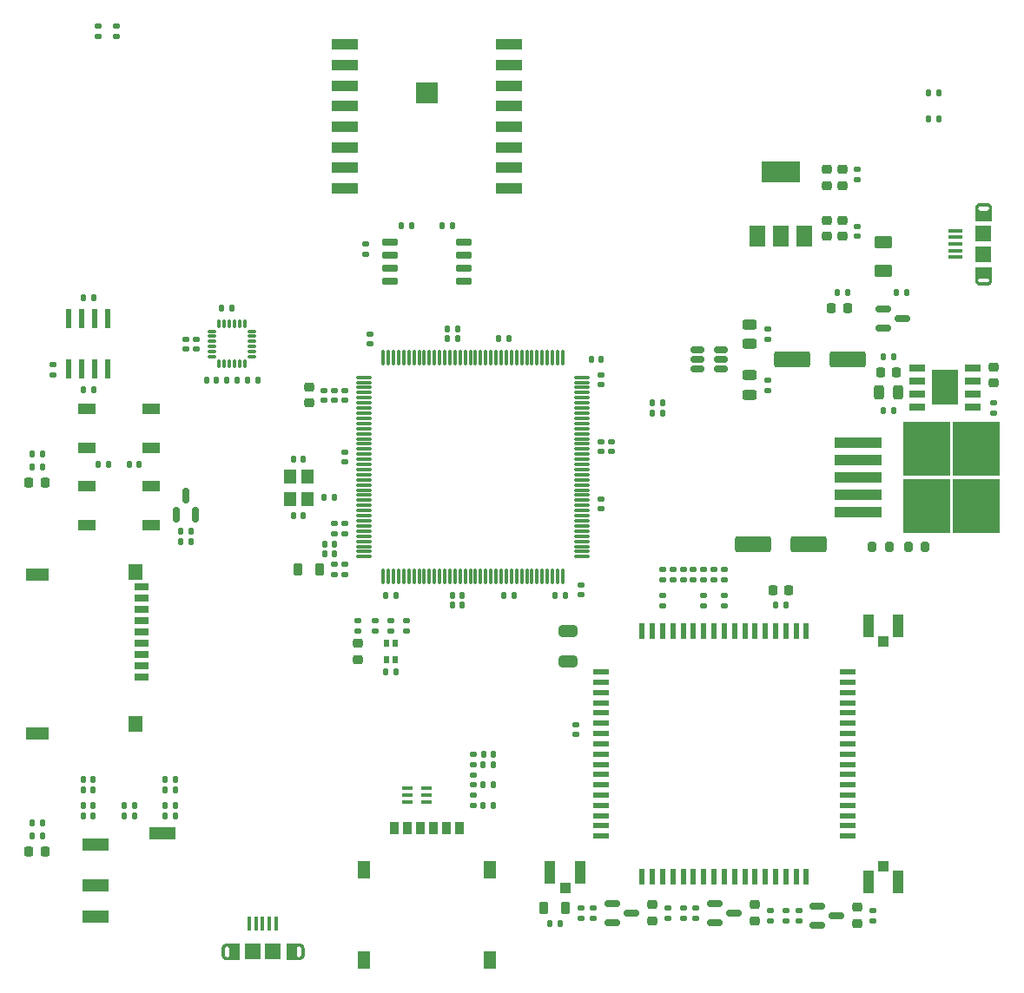
<source format=gbr>
%TF.GenerationSoftware,KiCad,Pcbnew,(6.0.0)*%
%TF.CreationDate,2022-01-12T18:34:34+03:00*%
%TF.ProjectId,UnderControl_V6,556e6465-7243-46f6-9e74-726f6c5f5636,1.6*%
%TF.SameCoordinates,Original*%
%TF.FileFunction,Paste,Top*%
%TF.FilePolarity,Positive*%
%FSLAX46Y46*%
G04 Gerber Fmt 4.6, Leading zero omitted, Abs format (unit mm)*
G04 Created by KiCad (PCBNEW (6.0.0)) date 2022-01-12 18:34:34*
%MOMM*%
%LPD*%
G01*
G04 APERTURE LIST*
G04 Aperture macros list*
%AMRoundRect*
0 Rectangle with rounded corners*
0 $1 Rounding radius*
0 $2 $3 $4 $5 $6 $7 $8 $9 X,Y pos of 4 corners*
0 Add a 4 corners polygon primitive as box body*
4,1,4,$2,$3,$4,$5,$6,$7,$8,$9,$2,$3,0*
0 Add four circle primitives for the rounded corners*
1,1,$1+$1,$2,$3*
1,1,$1+$1,$4,$5*
1,1,$1+$1,$6,$7*
1,1,$1+$1,$8,$9*
0 Add four rect primitives between the rounded corners*
20,1,$1+$1,$2,$3,$4,$5,0*
20,1,$1+$1,$4,$5,$6,$7,0*
20,1,$1+$1,$6,$7,$8,$9,0*
20,1,$1+$1,$8,$9,$2,$3,0*%
G04 Aperture macros list end*
%ADD10C,0.010000*%
%ADD11C,0.000100*%
%ADD12RoundRect,0.075000X-0.662500X-0.075000X0.662500X-0.075000X0.662500X0.075000X-0.662500X0.075000X0*%
%ADD13RoundRect,0.075000X-0.075000X-0.662500X0.075000X-0.662500X0.075000X0.662500X-0.075000X0.662500X0*%
%ADD14RoundRect,0.135000X-0.185000X0.135000X-0.185000X-0.135000X0.185000X-0.135000X0.185000X0.135000X0*%
%ADD15RoundRect,0.135000X0.185000X-0.135000X0.185000X0.135000X-0.185000X0.135000X-0.185000X-0.135000X0*%
%ADD16RoundRect,0.135000X0.135000X0.185000X-0.135000X0.185000X-0.135000X-0.185000X0.135000X-0.185000X0*%
%ADD17RoundRect,0.135000X-0.135000X-0.185000X0.135000X-0.185000X0.135000X0.185000X-0.135000X0.185000X0*%
%ADD18RoundRect,0.150000X-0.587500X-0.150000X0.587500X-0.150000X0.587500X0.150000X-0.587500X0.150000X0*%
%ADD19RoundRect,0.218750X0.256250X-0.218750X0.256250X0.218750X-0.256250X0.218750X-0.256250X-0.218750X0*%
%ADD20RoundRect,0.218750X-0.218750X-0.256250X0.218750X-0.256250X0.218750X0.256250X-0.218750X0.256250X0*%
%ADD21RoundRect,0.140000X0.170000X-0.140000X0.170000X0.140000X-0.170000X0.140000X-0.170000X-0.140000X0*%
%ADD22RoundRect,0.140000X0.140000X0.170000X-0.140000X0.170000X-0.140000X-0.170000X0.140000X-0.170000X0*%
%ADD23RoundRect,0.225000X0.225000X0.250000X-0.225000X0.250000X-0.225000X-0.250000X0.225000X-0.250000X0*%
%ADD24RoundRect,0.250000X1.500000X0.550000X-1.500000X0.550000X-1.500000X-0.550000X1.500000X-0.550000X0*%
%ADD25RoundRect,0.250000X-1.500000X-0.550000X1.500000X-0.550000X1.500000X0.550000X-1.500000X0.550000X0*%
%ADD26RoundRect,0.225000X-0.225000X-0.250000X0.225000X-0.250000X0.225000X0.250000X-0.225000X0.250000X0*%
%ADD27RoundRect,0.140000X-0.140000X-0.170000X0.140000X-0.170000X0.140000X0.170000X-0.140000X0.170000X0*%
%ADD28RoundRect,0.250000X-0.650000X0.325000X-0.650000X-0.325000X0.650000X-0.325000X0.650000X0.325000X0*%
%ADD29RoundRect,0.225000X-0.250000X0.225000X-0.250000X-0.225000X0.250000X-0.225000X0.250000X0.225000X0*%
%ADD30RoundRect,0.225000X0.250000X-0.225000X0.250000X0.225000X-0.250000X0.225000X-0.250000X-0.225000X0*%
%ADD31RoundRect,0.243750X0.456250X-0.243750X0.456250X0.243750X-0.456250X0.243750X-0.456250X-0.243750X0*%
%ADD32RoundRect,0.243750X0.243750X0.456250X-0.243750X0.456250X-0.243750X-0.456250X0.243750X-0.456250X0*%
%ADD33R,0.550000X0.800000*%
%ADD34R,1.400000X0.700000*%
%ADD35R,1.400000X1.600000*%
%ADD36R,2.200000X1.200000*%
%ADD37R,1.050000X1.100000*%
%ADD38R,1.100000X2.250000*%
%ADD39R,0.900000X1.200000*%
%ADD40R,1.300000X1.800000*%
%ADD41R,2.500000X1.200000*%
%ADD42RoundRect,0.200000X-0.200000X-0.275000X0.200000X-0.275000X0.200000X0.275000X-0.200000X0.275000X0*%
%ADD43RoundRect,0.140000X-0.170000X0.140000X-0.170000X-0.140000X0.170000X-0.140000X0.170000X0.140000X0*%
%ADD44RoundRect,0.250000X-0.625000X0.375000X-0.625000X-0.375000X0.625000X-0.375000X0.625000X0.375000X0*%
%ADD45RoundRect,0.218750X0.218750X0.256250X-0.218750X0.256250X-0.218750X-0.256250X0.218750X-0.256250X0*%
%ADD46RoundRect,0.150000X0.512500X0.150000X-0.512500X0.150000X-0.512500X-0.150000X0.512500X-0.150000X0*%
%ADD47R,2.600000X1.100000*%
%ADD48RoundRect,0.218750X-0.218750X-0.381250X0.218750X-0.381250X0.218750X0.381250X-0.218750X0.381250X0*%
%ADD49R,1.700000X1.000000*%
%ADD50R,4.550000X5.250000*%
%ADD51R,4.600000X1.100000*%
%ADD52R,0.600000X1.600000*%
%ADD53R,1.600000X0.600000*%
%ADD54RoundRect,0.243750X-0.456250X0.243750X-0.456250X-0.243750X0.456250X-0.243750X0.456250X0.243750X0*%
%ADD55RoundRect,0.075000X0.350000X0.075000X-0.350000X0.075000X-0.350000X-0.075000X0.350000X-0.075000X0*%
%ADD56RoundRect,0.075000X-0.075000X0.350000X-0.075000X-0.350000X0.075000X-0.350000X0.075000X0.350000X0*%
%ADD57RoundRect,0.218750X0.218750X0.381250X-0.218750X0.381250X-0.218750X-0.381250X0.218750X-0.381250X0*%
%ADD58R,1.350000X0.400000*%
%ADD59R,1.550000X1.500000*%
%ADD60RoundRect,0.150000X0.150000X-0.587500X0.150000X0.587500X-0.150000X0.587500X-0.150000X-0.587500X0*%
%ADD61RoundRect,0.150000X0.650000X0.150000X-0.650000X0.150000X-0.650000X-0.150000X0.650000X-0.150000X0*%
%ADD62R,1.525000X0.700000*%
%ADD63R,2.513000X3.402000*%
%ADD64R,1.500000X2.000000*%
%ADD65R,3.800000X2.000000*%
%ADD66R,0.600000X1.970000*%
%ADD67R,1.060000X0.390000*%
%ADD68R,0.400000X1.350000*%
%ADD69R,1.500000X1.550000*%
%ADD70R,1.200000X1.400000*%
G04 APERTURE END LIST*
D10*
%TO.C,U5*%
X93984000Y-65459000D02*
X95984000Y-65459000D01*
X95984000Y-65459000D02*
X95984000Y-67459000D01*
X95984000Y-67459000D02*
X93984000Y-67459000D01*
X93984000Y-67459000D02*
X93984000Y-65459000D01*
G36*
X95984000Y-67459000D02*
G01*
X93984000Y-67459000D01*
X93984000Y-65459000D01*
X95984000Y-65459000D01*
X95984000Y-67459000D01*
G37*
X95984000Y-67459000D02*
X93984000Y-67459000D01*
X93984000Y-65459000D01*
X95984000Y-65459000D01*
X95984000Y-67459000D01*
D11*
%TO.C,J8*%
X150020000Y-77750000D02*
X149850000Y-77750000D01*
X148480000Y-84750000D02*
X148650000Y-84750000D01*
X148475000Y-84750000D02*
X148675000Y-84750000D01*
X148675000Y-84750000D02*
X148675000Y-84763000D01*
X148675000Y-84763000D02*
X148676000Y-84776000D01*
X148676000Y-84776000D02*
X148678000Y-84789000D01*
X148678000Y-84789000D02*
X148680000Y-84802000D01*
X148680000Y-84802000D02*
X148684000Y-84815000D01*
X148684000Y-84815000D02*
X148687000Y-84827000D01*
X148687000Y-84827000D02*
X148692000Y-84840000D01*
X148692000Y-84840000D02*
X148697000Y-84852000D01*
X148697000Y-84852000D02*
X148702000Y-84863000D01*
X148702000Y-84863000D02*
X148708000Y-84875000D01*
X148708000Y-84875000D02*
X148715000Y-84886000D01*
X148715000Y-84886000D02*
X148723000Y-84897000D01*
X148723000Y-84897000D02*
X148731000Y-84907000D01*
X148731000Y-84907000D02*
X148739000Y-84917000D01*
X148739000Y-84917000D02*
X148748000Y-84927000D01*
X148748000Y-84927000D02*
X148758000Y-84936000D01*
X148758000Y-84936000D02*
X148768000Y-84944000D01*
X148768000Y-84944000D02*
X148778000Y-84952000D01*
X148778000Y-84952000D02*
X148789000Y-84960000D01*
X148789000Y-84960000D02*
X148800000Y-84967000D01*
X148800000Y-84967000D02*
X148812000Y-84973000D01*
X148812000Y-84973000D02*
X148823000Y-84978000D01*
X148823000Y-84978000D02*
X148835000Y-84983000D01*
X148835000Y-84983000D02*
X148848000Y-84988000D01*
X148848000Y-84988000D02*
X148860000Y-84991000D01*
X148860000Y-84991000D02*
X148873000Y-84995000D01*
X148873000Y-84995000D02*
X148886000Y-84997000D01*
X148886000Y-84997000D02*
X148899000Y-84999000D01*
X148899000Y-84999000D02*
X148912000Y-85000000D01*
X148912000Y-85000000D02*
X148925000Y-85000000D01*
X148925000Y-85000000D02*
X149575000Y-85000000D01*
X149575000Y-85000000D02*
X149588000Y-85000000D01*
X149588000Y-85000000D02*
X149601000Y-84999000D01*
X149601000Y-84999000D02*
X149614000Y-84997000D01*
X149614000Y-84997000D02*
X149627000Y-84995000D01*
X149627000Y-84995000D02*
X149640000Y-84991000D01*
X149640000Y-84991000D02*
X149652000Y-84988000D01*
X149652000Y-84988000D02*
X149665000Y-84983000D01*
X149665000Y-84983000D02*
X149677000Y-84978000D01*
X149677000Y-84978000D02*
X149688000Y-84973000D01*
X149688000Y-84973000D02*
X149700000Y-84967000D01*
X149700000Y-84967000D02*
X149711000Y-84960000D01*
X149711000Y-84960000D02*
X149722000Y-84952000D01*
X149722000Y-84952000D02*
X149732000Y-84944000D01*
X149732000Y-84944000D02*
X149742000Y-84936000D01*
X149742000Y-84936000D02*
X149752000Y-84927000D01*
X149752000Y-84927000D02*
X149761000Y-84917000D01*
X149761000Y-84917000D02*
X149769000Y-84907000D01*
X149769000Y-84907000D02*
X149777000Y-84897000D01*
X149777000Y-84897000D02*
X149785000Y-84886000D01*
X149785000Y-84886000D02*
X149792000Y-84875000D01*
X149792000Y-84875000D02*
X149798000Y-84863000D01*
X149798000Y-84863000D02*
X149803000Y-84852000D01*
X149803000Y-84852000D02*
X149808000Y-84840000D01*
X149808000Y-84840000D02*
X149813000Y-84827000D01*
X149813000Y-84827000D02*
X149816000Y-84815000D01*
X149816000Y-84815000D02*
X149820000Y-84802000D01*
X149820000Y-84802000D02*
X149822000Y-84789000D01*
X149822000Y-84789000D02*
X149824000Y-84776000D01*
X149824000Y-84776000D02*
X149825000Y-84763000D01*
X149825000Y-84763000D02*
X149825000Y-84750000D01*
X149825000Y-84750000D02*
X150025000Y-84750000D01*
X150025000Y-84750000D02*
X150024000Y-84776000D01*
X150024000Y-84776000D02*
X150022000Y-84802000D01*
X150022000Y-84802000D02*
X150019000Y-84828000D01*
X150019000Y-84828000D02*
X150014000Y-84854000D01*
X150014000Y-84854000D02*
X150008000Y-84879000D01*
X150008000Y-84879000D02*
X150001000Y-84905000D01*
X150001000Y-84905000D02*
X149992000Y-84929000D01*
X149992000Y-84929000D02*
X149982000Y-84953000D01*
X149982000Y-84953000D02*
X149971000Y-84977000D01*
X149971000Y-84977000D02*
X149958000Y-85000000D01*
X149958000Y-85000000D02*
X149944000Y-85022000D01*
X149944000Y-85022000D02*
X149930000Y-85044000D01*
X149930000Y-85044000D02*
X149914000Y-85065000D01*
X149914000Y-85065000D02*
X149897000Y-85085000D01*
X149897000Y-85085000D02*
X149879000Y-85104000D01*
X149879000Y-85104000D02*
X149860000Y-85122000D01*
X149860000Y-85122000D02*
X149840000Y-85139000D01*
X149840000Y-85139000D02*
X149819000Y-85155000D01*
X149819000Y-85155000D02*
X149797000Y-85169000D01*
X149797000Y-85169000D02*
X149775000Y-85183000D01*
X149775000Y-85183000D02*
X149752000Y-85196000D01*
X149752000Y-85196000D02*
X149728000Y-85207000D01*
X149728000Y-85207000D02*
X149704000Y-85217000D01*
X149704000Y-85217000D02*
X149680000Y-85226000D01*
X149680000Y-85226000D02*
X149654000Y-85233000D01*
X149654000Y-85233000D02*
X149629000Y-85239000D01*
X149629000Y-85239000D02*
X149603000Y-85244000D01*
X149603000Y-85244000D02*
X149577000Y-85247000D01*
X149577000Y-85247000D02*
X149551000Y-85249000D01*
X149551000Y-85249000D02*
X149525000Y-85250000D01*
X149525000Y-85250000D02*
X148975000Y-85250000D01*
X148975000Y-85250000D02*
X148949000Y-85249000D01*
X148949000Y-85249000D02*
X148923000Y-85247000D01*
X148923000Y-85247000D02*
X148897000Y-85244000D01*
X148897000Y-85244000D02*
X148871000Y-85239000D01*
X148871000Y-85239000D02*
X148846000Y-85233000D01*
X148846000Y-85233000D02*
X148820000Y-85226000D01*
X148820000Y-85226000D02*
X148796000Y-85217000D01*
X148796000Y-85217000D02*
X148772000Y-85207000D01*
X148772000Y-85207000D02*
X148748000Y-85196000D01*
X148748000Y-85196000D02*
X148725000Y-85183000D01*
X148725000Y-85183000D02*
X148703000Y-85169000D01*
X148703000Y-85169000D02*
X148681000Y-85155000D01*
X148681000Y-85155000D02*
X148660000Y-85139000D01*
X148660000Y-85139000D02*
X148640000Y-85122000D01*
X148640000Y-85122000D02*
X148621000Y-85104000D01*
X148621000Y-85104000D02*
X148603000Y-85085000D01*
X148603000Y-85085000D02*
X148586000Y-85065000D01*
X148586000Y-85065000D02*
X148570000Y-85044000D01*
X148570000Y-85044000D02*
X148556000Y-85022000D01*
X148556000Y-85022000D02*
X148542000Y-85000000D01*
X148542000Y-85000000D02*
X148529000Y-84977000D01*
X148529000Y-84977000D02*
X148518000Y-84953000D01*
X148518000Y-84953000D02*
X148508000Y-84929000D01*
X148508000Y-84929000D02*
X148499000Y-84905000D01*
X148499000Y-84905000D02*
X148492000Y-84879000D01*
X148492000Y-84879000D02*
X148486000Y-84854000D01*
X148486000Y-84854000D02*
X148481000Y-84828000D01*
X148481000Y-84828000D02*
X148478000Y-84802000D01*
X148478000Y-84802000D02*
X148476000Y-84776000D01*
X148476000Y-84776000D02*
X148475000Y-84750000D01*
X148475000Y-84750000D02*
X148475000Y-84750000D01*
G36*
X148675000Y-84763000D02*
G01*
X148676000Y-84776000D01*
X148680000Y-84802000D01*
X148684000Y-84815000D01*
X148687000Y-84827000D01*
X148692000Y-84840000D01*
X148697000Y-84852000D01*
X148702000Y-84863000D01*
X148708000Y-84875000D01*
X148715000Y-84886000D01*
X148723000Y-84897000D01*
X148739000Y-84917000D01*
X148748000Y-84927000D01*
X148758000Y-84936000D01*
X148778000Y-84952000D01*
X148789000Y-84960000D01*
X148800000Y-84967000D01*
X148812000Y-84973000D01*
X148823000Y-84978000D01*
X148835000Y-84983000D01*
X148848000Y-84988000D01*
X148860000Y-84991000D01*
X148873000Y-84995000D01*
X148899000Y-84999000D01*
X148912000Y-85000000D01*
X149588000Y-85000000D01*
X149601000Y-84999000D01*
X149627000Y-84995000D01*
X149640000Y-84991000D01*
X149652000Y-84988000D01*
X149665000Y-84983000D01*
X149677000Y-84978000D01*
X149688000Y-84973000D01*
X149700000Y-84967000D01*
X149711000Y-84960000D01*
X149722000Y-84952000D01*
X149742000Y-84936000D01*
X149752000Y-84927000D01*
X149761000Y-84917000D01*
X149777000Y-84897000D01*
X149785000Y-84886000D01*
X149792000Y-84875000D01*
X149798000Y-84863000D01*
X149803000Y-84852000D01*
X149808000Y-84840000D01*
X149813000Y-84827000D01*
X149816000Y-84815000D01*
X149820000Y-84802000D01*
X149824000Y-84776000D01*
X149825000Y-84763000D01*
X149825000Y-84750000D01*
X150025000Y-84750000D01*
X150024000Y-84776000D01*
X150022000Y-84802000D01*
X150019000Y-84828000D01*
X150014000Y-84854000D01*
X150008000Y-84879000D01*
X150001000Y-84905000D01*
X149992000Y-84929000D01*
X149982000Y-84953000D01*
X149971000Y-84977000D01*
X149958000Y-85000000D01*
X149930000Y-85044000D01*
X149914000Y-85065000D01*
X149897000Y-85085000D01*
X149879000Y-85104000D01*
X149860000Y-85122000D01*
X149840000Y-85139000D01*
X149819000Y-85155000D01*
X149775000Y-85183000D01*
X149752000Y-85196000D01*
X149728000Y-85207000D01*
X149704000Y-85217000D01*
X149680000Y-85226000D01*
X149654000Y-85233000D01*
X149629000Y-85239000D01*
X149603000Y-85244000D01*
X149577000Y-85247000D01*
X149551000Y-85249000D01*
X149525000Y-85250000D01*
X148975000Y-85250000D01*
X148949000Y-85249000D01*
X148923000Y-85247000D01*
X148897000Y-85244000D01*
X148871000Y-85239000D01*
X148846000Y-85233000D01*
X148820000Y-85226000D01*
X148796000Y-85217000D01*
X148772000Y-85207000D01*
X148748000Y-85196000D01*
X148725000Y-85183000D01*
X148681000Y-85155000D01*
X148660000Y-85139000D01*
X148640000Y-85122000D01*
X148621000Y-85104000D01*
X148603000Y-85085000D01*
X148586000Y-85065000D01*
X148570000Y-85044000D01*
X148542000Y-85000000D01*
X148529000Y-84977000D01*
X148518000Y-84953000D01*
X148508000Y-84929000D01*
X148499000Y-84905000D01*
X148492000Y-84879000D01*
X148486000Y-84854000D01*
X148481000Y-84828000D01*
X148478000Y-84802000D01*
X148476000Y-84776000D01*
X148475000Y-84750000D01*
X148675000Y-84750000D01*
X148675000Y-84763000D01*
G37*
X148675000Y-84763000D02*
X148676000Y-84776000D01*
X148680000Y-84802000D01*
X148684000Y-84815000D01*
X148687000Y-84827000D01*
X148692000Y-84840000D01*
X148697000Y-84852000D01*
X148702000Y-84863000D01*
X148708000Y-84875000D01*
X148715000Y-84886000D01*
X148723000Y-84897000D01*
X148739000Y-84917000D01*
X148748000Y-84927000D01*
X148758000Y-84936000D01*
X148778000Y-84952000D01*
X148789000Y-84960000D01*
X148800000Y-84967000D01*
X148812000Y-84973000D01*
X148823000Y-84978000D01*
X148835000Y-84983000D01*
X148848000Y-84988000D01*
X148860000Y-84991000D01*
X148873000Y-84995000D01*
X148899000Y-84999000D01*
X148912000Y-85000000D01*
X149588000Y-85000000D01*
X149601000Y-84999000D01*
X149627000Y-84995000D01*
X149640000Y-84991000D01*
X149652000Y-84988000D01*
X149665000Y-84983000D01*
X149677000Y-84978000D01*
X149688000Y-84973000D01*
X149700000Y-84967000D01*
X149711000Y-84960000D01*
X149722000Y-84952000D01*
X149742000Y-84936000D01*
X149752000Y-84927000D01*
X149761000Y-84917000D01*
X149777000Y-84897000D01*
X149785000Y-84886000D01*
X149792000Y-84875000D01*
X149798000Y-84863000D01*
X149803000Y-84852000D01*
X149808000Y-84840000D01*
X149813000Y-84827000D01*
X149816000Y-84815000D01*
X149820000Y-84802000D01*
X149824000Y-84776000D01*
X149825000Y-84763000D01*
X149825000Y-84750000D01*
X150025000Y-84750000D01*
X150024000Y-84776000D01*
X150022000Y-84802000D01*
X150019000Y-84828000D01*
X150014000Y-84854000D01*
X150008000Y-84879000D01*
X150001000Y-84905000D01*
X149992000Y-84929000D01*
X149982000Y-84953000D01*
X149971000Y-84977000D01*
X149958000Y-85000000D01*
X149930000Y-85044000D01*
X149914000Y-85065000D01*
X149897000Y-85085000D01*
X149879000Y-85104000D01*
X149860000Y-85122000D01*
X149840000Y-85139000D01*
X149819000Y-85155000D01*
X149775000Y-85183000D01*
X149752000Y-85196000D01*
X149728000Y-85207000D01*
X149704000Y-85217000D01*
X149680000Y-85226000D01*
X149654000Y-85233000D01*
X149629000Y-85239000D01*
X149603000Y-85244000D01*
X149577000Y-85247000D01*
X149551000Y-85249000D01*
X149525000Y-85250000D01*
X148975000Y-85250000D01*
X148949000Y-85249000D01*
X148923000Y-85247000D01*
X148897000Y-85244000D01*
X148871000Y-85239000D01*
X148846000Y-85233000D01*
X148820000Y-85226000D01*
X148796000Y-85217000D01*
X148772000Y-85207000D01*
X148748000Y-85196000D01*
X148725000Y-85183000D01*
X148681000Y-85155000D01*
X148660000Y-85139000D01*
X148640000Y-85122000D01*
X148621000Y-85104000D01*
X148603000Y-85085000D01*
X148586000Y-85065000D01*
X148570000Y-85044000D01*
X148542000Y-85000000D01*
X148529000Y-84977000D01*
X148518000Y-84953000D01*
X148508000Y-84929000D01*
X148499000Y-84905000D01*
X148492000Y-84879000D01*
X148486000Y-84854000D01*
X148481000Y-84828000D01*
X148478000Y-84802000D01*
X148476000Y-84776000D01*
X148475000Y-84750000D01*
X148675000Y-84750000D01*
X148675000Y-84763000D01*
X150025000Y-77750000D02*
X149825000Y-77750000D01*
X149825000Y-77750000D02*
X149825000Y-77737000D01*
X149825000Y-77737000D02*
X149824000Y-77724000D01*
X149824000Y-77724000D02*
X149822000Y-77711000D01*
X149822000Y-77711000D02*
X149820000Y-77698000D01*
X149820000Y-77698000D02*
X149816000Y-77685000D01*
X149816000Y-77685000D02*
X149813000Y-77673000D01*
X149813000Y-77673000D02*
X149808000Y-77660000D01*
X149808000Y-77660000D02*
X149803000Y-77648000D01*
X149803000Y-77648000D02*
X149798000Y-77637000D01*
X149798000Y-77637000D02*
X149792000Y-77625000D01*
X149792000Y-77625000D02*
X149785000Y-77614000D01*
X149785000Y-77614000D02*
X149777000Y-77603000D01*
X149777000Y-77603000D02*
X149769000Y-77593000D01*
X149769000Y-77593000D02*
X149761000Y-77583000D01*
X149761000Y-77583000D02*
X149752000Y-77573000D01*
X149752000Y-77573000D02*
X149742000Y-77564000D01*
X149742000Y-77564000D02*
X149732000Y-77556000D01*
X149732000Y-77556000D02*
X149722000Y-77548000D01*
X149722000Y-77548000D02*
X149711000Y-77540000D01*
X149711000Y-77540000D02*
X149700000Y-77533000D01*
X149700000Y-77533000D02*
X149688000Y-77527000D01*
X149688000Y-77527000D02*
X149677000Y-77522000D01*
X149677000Y-77522000D02*
X149665000Y-77517000D01*
X149665000Y-77517000D02*
X149652000Y-77512000D01*
X149652000Y-77512000D02*
X149640000Y-77509000D01*
X149640000Y-77509000D02*
X149627000Y-77505000D01*
X149627000Y-77505000D02*
X149614000Y-77503000D01*
X149614000Y-77503000D02*
X149601000Y-77501000D01*
X149601000Y-77501000D02*
X149588000Y-77500000D01*
X149588000Y-77500000D02*
X149575000Y-77500000D01*
X149575000Y-77500000D02*
X148925000Y-77500000D01*
X148925000Y-77500000D02*
X148912000Y-77500000D01*
X148912000Y-77500000D02*
X148899000Y-77501000D01*
X148899000Y-77501000D02*
X148886000Y-77503000D01*
X148886000Y-77503000D02*
X148873000Y-77505000D01*
X148873000Y-77505000D02*
X148860000Y-77509000D01*
X148860000Y-77509000D02*
X148848000Y-77512000D01*
X148848000Y-77512000D02*
X148835000Y-77517000D01*
X148835000Y-77517000D02*
X148823000Y-77522000D01*
X148823000Y-77522000D02*
X148812000Y-77527000D01*
X148812000Y-77527000D02*
X148800000Y-77533000D01*
X148800000Y-77533000D02*
X148789000Y-77540000D01*
X148789000Y-77540000D02*
X148778000Y-77548000D01*
X148778000Y-77548000D02*
X148768000Y-77556000D01*
X148768000Y-77556000D02*
X148758000Y-77564000D01*
X148758000Y-77564000D02*
X148748000Y-77573000D01*
X148748000Y-77573000D02*
X148739000Y-77583000D01*
X148739000Y-77583000D02*
X148731000Y-77593000D01*
X148731000Y-77593000D02*
X148723000Y-77603000D01*
X148723000Y-77603000D02*
X148715000Y-77614000D01*
X148715000Y-77614000D02*
X148708000Y-77625000D01*
X148708000Y-77625000D02*
X148702000Y-77637000D01*
X148702000Y-77637000D02*
X148697000Y-77648000D01*
X148697000Y-77648000D02*
X148692000Y-77660000D01*
X148692000Y-77660000D02*
X148687000Y-77673000D01*
X148687000Y-77673000D02*
X148684000Y-77685000D01*
X148684000Y-77685000D02*
X148680000Y-77698000D01*
X148680000Y-77698000D02*
X148678000Y-77711000D01*
X148678000Y-77711000D02*
X148676000Y-77724000D01*
X148676000Y-77724000D02*
X148675000Y-77737000D01*
X148675000Y-77737000D02*
X148675000Y-77750000D01*
X148675000Y-77750000D02*
X148475000Y-77750000D01*
X148475000Y-77750000D02*
X148476000Y-77724000D01*
X148476000Y-77724000D02*
X148478000Y-77698000D01*
X148478000Y-77698000D02*
X148481000Y-77672000D01*
X148481000Y-77672000D02*
X148486000Y-77646000D01*
X148486000Y-77646000D02*
X148492000Y-77621000D01*
X148492000Y-77621000D02*
X148499000Y-77595000D01*
X148499000Y-77595000D02*
X148508000Y-77571000D01*
X148508000Y-77571000D02*
X148518000Y-77547000D01*
X148518000Y-77547000D02*
X148529000Y-77523000D01*
X148529000Y-77523000D02*
X148542000Y-77500000D01*
X148542000Y-77500000D02*
X148556000Y-77478000D01*
X148556000Y-77478000D02*
X148570000Y-77456000D01*
X148570000Y-77456000D02*
X148586000Y-77435000D01*
X148586000Y-77435000D02*
X148603000Y-77415000D01*
X148603000Y-77415000D02*
X148621000Y-77396000D01*
X148621000Y-77396000D02*
X148640000Y-77378000D01*
X148640000Y-77378000D02*
X148660000Y-77361000D01*
X148660000Y-77361000D02*
X148681000Y-77345000D01*
X148681000Y-77345000D02*
X148703000Y-77331000D01*
X148703000Y-77331000D02*
X148725000Y-77317000D01*
X148725000Y-77317000D02*
X148748000Y-77304000D01*
X148748000Y-77304000D02*
X148772000Y-77293000D01*
X148772000Y-77293000D02*
X148796000Y-77283000D01*
X148796000Y-77283000D02*
X148820000Y-77274000D01*
X148820000Y-77274000D02*
X148846000Y-77267000D01*
X148846000Y-77267000D02*
X148871000Y-77261000D01*
X148871000Y-77261000D02*
X148897000Y-77256000D01*
X148897000Y-77256000D02*
X148923000Y-77253000D01*
X148923000Y-77253000D02*
X148949000Y-77251000D01*
X148949000Y-77251000D02*
X148975000Y-77250000D01*
X148975000Y-77250000D02*
X149525000Y-77250000D01*
X149525000Y-77250000D02*
X149551000Y-77251000D01*
X149551000Y-77251000D02*
X149577000Y-77253000D01*
X149577000Y-77253000D02*
X149603000Y-77256000D01*
X149603000Y-77256000D02*
X149629000Y-77261000D01*
X149629000Y-77261000D02*
X149654000Y-77267000D01*
X149654000Y-77267000D02*
X149680000Y-77274000D01*
X149680000Y-77274000D02*
X149704000Y-77283000D01*
X149704000Y-77283000D02*
X149728000Y-77293000D01*
X149728000Y-77293000D02*
X149752000Y-77304000D01*
X149752000Y-77304000D02*
X149775000Y-77317000D01*
X149775000Y-77317000D02*
X149797000Y-77331000D01*
X149797000Y-77331000D02*
X149819000Y-77345000D01*
X149819000Y-77345000D02*
X149840000Y-77361000D01*
X149840000Y-77361000D02*
X149860000Y-77378000D01*
X149860000Y-77378000D02*
X149879000Y-77396000D01*
X149879000Y-77396000D02*
X149897000Y-77415000D01*
X149897000Y-77415000D02*
X149914000Y-77435000D01*
X149914000Y-77435000D02*
X149930000Y-77456000D01*
X149930000Y-77456000D02*
X149944000Y-77478000D01*
X149944000Y-77478000D02*
X149958000Y-77500000D01*
X149958000Y-77500000D02*
X149971000Y-77523000D01*
X149971000Y-77523000D02*
X149982000Y-77547000D01*
X149982000Y-77547000D02*
X149992000Y-77571000D01*
X149992000Y-77571000D02*
X150001000Y-77595000D01*
X150001000Y-77595000D02*
X150008000Y-77621000D01*
X150008000Y-77621000D02*
X150014000Y-77646000D01*
X150014000Y-77646000D02*
X150019000Y-77672000D01*
X150019000Y-77672000D02*
X150022000Y-77698000D01*
X150022000Y-77698000D02*
X150024000Y-77724000D01*
X150024000Y-77724000D02*
X150025000Y-77750000D01*
X150025000Y-77750000D02*
X150025000Y-77750000D01*
G36*
X149551000Y-77251000D02*
G01*
X149577000Y-77253000D01*
X149603000Y-77256000D01*
X149629000Y-77261000D01*
X149654000Y-77267000D01*
X149680000Y-77274000D01*
X149704000Y-77283000D01*
X149728000Y-77293000D01*
X149752000Y-77304000D01*
X149775000Y-77317000D01*
X149819000Y-77345000D01*
X149840000Y-77361000D01*
X149860000Y-77378000D01*
X149879000Y-77396000D01*
X149897000Y-77415000D01*
X149914000Y-77435000D01*
X149930000Y-77456000D01*
X149958000Y-77500000D01*
X149971000Y-77523000D01*
X149982000Y-77547000D01*
X149992000Y-77571000D01*
X150001000Y-77595000D01*
X150008000Y-77621000D01*
X150014000Y-77646000D01*
X150019000Y-77672000D01*
X150022000Y-77698000D01*
X150024000Y-77724000D01*
X150025000Y-77750000D01*
X149825000Y-77750000D01*
X149825000Y-77737000D01*
X149824000Y-77724000D01*
X149820000Y-77698000D01*
X149816000Y-77685000D01*
X149813000Y-77673000D01*
X149808000Y-77660000D01*
X149803000Y-77648000D01*
X149798000Y-77637000D01*
X149792000Y-77625000D01*
X149785000Y-77614000D01*
X149777000Y-77603000D01*
X149761000Y-77583000D01*
X149752000Y-77573000D01*
X149742000Y-77564000D01*
X149722000Y-77548000D01*
X149711000Y-77540000D01*
X149700000Y-77533000D01*
X149688000Y-77527000D01*
X149677000Y-77522000D01*
X149665000Y-77517000D01*
X149652000Y-77512000D01*
X149640000Y-77509000D01*
X149627000Y-77505000D01*
X149601000Y-77501000D01*
X149588000Y-77500000D01*
X148912000Y-77500000D01*
X148899000Y-77501000D01*
X148873000Y-77505000D01*
X148860000Y-77509000D01*
X148848000Y-77512000D01*
X148835000Y-77517000D01*
X148823000Y-77522000D01*
X148812000Y-77527000D01*
X148800000Y-77533000D01*
X148789000Y-77540000D01*
X148778000Y-77548000D01*
X148758000Y-77564000D01*
X148748000Y-77573000D01*
X148739000Y-77583000D01*
X148723000Y-77603000D01*
X148715000Y-77614000D01*
X148708000Y-77625000D01*
X148702000Y-77637000D01*
X148697000Y-77648000D01*
X148692000Y-77660000D01*
X148687000Y-77673000D01*
X148684000Y-77685000D01*
X148680000Y-77698000D01*
X148676000Y-77724000D01*
X148675000Y-77737000D01*
X148675000Y-77750000D01*
X148475000Y-77750000D01*
X148476000Y-77724000D01*
X148478000Y-77698000D01*
X148481000Y-77672000D01*
X148486000Y-77646000D01*
X148492000Y-77621000D01*
X148499000Y-77595000D01*
X148508000Y-77571000D01*
X148518000Y-77547000D01*
X148529000Y-77523000D01*
X148542000Y-77500000D01*
X148570000Y-77456000D01*
X148586000Y-77435000D01*
X148603000Y-77415000D01*
X148621000Y-77396000D01*
X148640000Y-77378000D01*
X148660000Y-77361000D01*
X148681000Y-77345000D01*
X148725000Y-77317000D01*
X148748000Y-77304000D01*
X148772000Y-77293000D01*
X148796000Y-77283000D01*
X148820000Y-77274000D01*
X148846000Y-77267000D01*
X148871000Y-77261000D01*
X148897000Y-77256000D01*
X148923000Y-77253000D01*
X148949000Y-77251000D01*
X148975000Y-77250000D01*
X149525000Y-77250000D01*
X149551000Y-77251000D01*
G37*
X149551000Y-77251000D02*
X149577000Y-77253000D01*
X149603000Y-77256000D01*
X149629000Y-77261000D01*
X149654000Y-77267000D01*
X149680000Y-77274000D01*
X149704000Y-77283000D01*
X149728000Y-77293000D01*
X149752000Y-77304000D01*
X149775000Y-77317000D01*
X149819000Y-77345000D01*
X149840000Y-77361000D01*
X149860000Y-77378000D01*
X149879000Y-77396000D01*
X149897000Y-77415000D01*
X149914000Y-77435000D01*
X149930000Y-77456000D01*
X149958000Y-77500000D01*
X149971000Y-77523000D01*
X149982000Y-77547000D01*
X149992000Y-77571000D01*
X150001000Y-77595000D01*
X150008000Y-77621000D01*
X150014000Y-77646000D01*
X150019000Y-77672000D01*
X150022000Y-77698000D01*
X150024000Y-77724000D01*
X150025000Y-77750000D01*
X149825000Y-77750000D01*
X149825000Y-77737000D01*
X149824000Y-77724000D01*
X149820000Y-77698000D01*
X149816000Y-77685000D01*
X149813000Y-77673000D01*
X149808000Y-77660000D01*
X149803000Y-77648000D01*
X149798000Y-77637000D01*
X149792000Y-77625000D01*
X149785000Y-77614000D01*
X149777000Y-77603000D01*
X149761000Y-77583000D01*
X149752000Y-77573000D01*
X149742000Y-77564000D01*
X149722000Y-77548000D01*
X149711000Y-77540000D01*
X149700000Y-77533000D01*
X149688000Y-77527000D01*
X149677000Y-77522000D01*
X149665000Y-77517000D01*
X149652000Y-77512000D01*
X149640000Y-77509000D01*
X149627000Y-77505000D01*
X149601000Y-77501000D01*
X149588000Y-77500000D01*
X148912000Y-77500000D01*
X148899000Y-77501000D01*
X148873000Y-77505000D01*
X148860000Y-77509000D01*
X148848000Y-77512000D01*
X148835000Y-77517000D01*
X148823000Y-77522000D01*
X148812000Y-77527000D01*
X148800000Y-77533000D01*
X148789000Y-77540000D01*
X148778000Y-77548000D01*
X148758000Y-77564000D01*
X148748000Y-77573000D01*
X148739000Y-77583000D01*
X148723000Y-77603000D01*
X148715000Y-77614000D01*
X148708000Y-77625000D01*
X148702000Y-77637000D01*
X148697000Y-77648000D01*
X148692000Y-77660000D01*
X148687000Y-77673000D01*
X148684000Y-77685000D01*
X148680000Y-77698000D01*
X148676000Y-77724000D01*
X148675000Y-77737000D01*
X148675000Y-77750000D01*
X148475000Y-77750000D01*
X148476000Y-77724000D01*
X148478000Y-77698000D01*
X148481000Y-77672000D01*
X148486000Y-77646000D01*
X148492000Y-77621000D01*
X148499000Y-77595000D01*
X148508000Y-77571000D01*
X148518000Y-77547000D01*
X148529000Y-77523000D01*
X148542000Y-77500000D01*
X148570000Y-77456000D01*
X148586000Y-77435000D01*
X148603000Y-77415000D01*
X148621000Y-77396000D01*
X148640000Y-77378000D01*
X148660000Y-77361000D01*
X148681000Y-77345000D01*
X148725000Y-77317000D01*
X148748000Y-77304000D01*
X148772000Y-77293000D01*
X148796000Y-77283000D01*
X148820000Y-77274000D01*
X148846000Y-77267000D01*
X148871000Y-77261000D01*
X148897000Y-77256000D01*
X148923000Y-77253000D01*
X148949000Y-77251000D01*
X148975000Y-77250000D01*
X149525000Y-77250000D01*
X149551000Y-77251000D01*
X148475000Y-84750000D02*
X148675000Y-84750000D01*
X148675000Y-84750000D02*
X148675000Y-84737000D01*
X148675000Y-84737000D02*
X148676000Y-84724000D01*
X148676000Y-84724000D02*
X148678000Y-84711000D01*
X148678000Y-84711000D02*
X148680000Y-84698000D01*
X148680000Y-84698000D02*
X148684000Y-84685000D01*
X148684000Y-84685000D02*
X148687000Y-84673000D01*
X148687000Y-84673000D02*
X148692000Y-84660000D01*
X148692000Y-84660000D02*
X148697000Y-84648000D01*
X148697000Y-84648000D02*
X148702000Y-84637000D01*
X148702000Y-84637000D02*
X148708000Y-84625000D01*
X148708000Y-84625000D02*
X148715000Y-84614000D01*
X148715000Y-84614000D02*
X148723000Y-84603000D01*
X148723000Y-84603000D02*
X148731000Y-84593000D01*
X148731000Y-84593000D02*
X148739000Y-84583000D01*
X148739000Y-84583000D02*
X148748000Y-84573000D01*
X148748000Y-84573000D02*
X148758000Y-84564000D01*
X148758000Y-84564000D02*
X148768000Y-84556000D01*
X148768000Y-84556000D02*
X148778000Y-84548000D01*
X148778000Y-84548000D02*
X148789000Y-84540000D01*
X148789000Y-84540000D02*
X148800000Y-84533000D01*
X148800000Y-84533000D02*
X148812000Y-84527000D01*
X148812000Y-84527000D02*
X148823000Y-84522000D01*
X148823000Y-84522000D02*
X148835000Y-84517000D01*
X148835000Y-84517000D02*
X148848000Y-84512000D01*
X148848000Y-84512000D02*
X148860000Y-84509000D01*
X148860000Y-84509000D02*
X148873000Y-84505000D01*
X148873000Y-84505000D02*
X148886000Y-84503000D01*
X148886000Y-84503000D02*
X148899000Y-84501000D01*
X148899000Y-84501000D02*
X148912000Y-84500000D01*
X148912000Y-84500000D02*
X148925000Y-84500000D01*
X148925000Y-84500000D02*
X149575000Y-84500000D01*
X149575000Y-84500000D02*
X149588000Y-84500000D01*
X149588000Y-84500000D02*
X149601000Y-84501000D01*
X149601000Y-84501000D02*
X149614000Y-84503000D01*
X149614000Y-84503000D02*
X149627000Y-84505000D01*
X149627000Y-84505000D02*
X149640000Y-84509000D01*
X149640000Y-84509000D02*
X149652000Y-84512000D01*
X149652000Y-84512000D02*
X149665000Y-84517000D01*
X149665000Y-84517000D02*
X149677000Y-84522000D01*
X149677000Y-84522000D02*
X149688000Y-84527000D01*
X149688000Y-84527000D02*
X149700000Y-84533000D01*
X149700000Y-84533000D02*
X149711000Y-84540000D01*
X149711000Y-84540000D02*
X149722000Y-84548000D01*
X149722000Y-84548000D02*
X149732000Y-84556000D01*
X149732000Y-84556000D02*
X149742000Y-84564000D01*
X149742000Y-84564000D02*
X149752000Y-84573000D01*
X149752000Y-84573000D02*
X149761000Y-84583000D01*
X149761000Y-84583000D02*
X149769000Y-84593000D01*
X149769000Y-84593000D02*
X149777000Y-84603000D01*
X149777000Y-84603000D02*
X149785000Y-84614000D01*
X149785000Y-84614000D02*
X149792000Y-84625000D01*
X149792000Y-84625000D02*
X149798000Y-84637000D01*
X149798000Y-84637000D02*
X149803000Y-84648000D01*
X149803000Y-84648000D02*
X149808000Y-84660000D01*
X149808000Y-84660000D02*
X149813000Y-84673000D01*
X149813000Y-84673000D02*
X149816000Y-84685000D01*
X149816000Y-84685000D02*
X149820000Y-84698000D01*
X149820000Y-84698000D02*
X149822000Y-84711000D01*
X149822000Y-84711000D02*
X149824000Y-84724000D01*
X149824000Y-84724000D02*
X149825000Y-84737000D01*
X149825000Y-84737000D02*
X149825000Y-84750000D01*
X149825000Y-84750000D02*
X150025000Y-84750000D01*
X150025000Y-84750000D02*
X150025000Y-83550000D01*
X150025000Y-83550000D02*
X148475000Y-83550000D01*
X148475000Y-83550000D02*
X148475000Y-84750000D01*
X148475000Y-84750000D02*
X148475000Y-84750000D01*
G36*
X150025000Y-84750000D02*
G01*
X149825000Y-84750000D01*
X149825000Y-84737000D01*
X149824000Y-84724000D01*
X149820000Y-84698000D01*
X149816000Y-84685000D01*
X149813000Y-84673000D01*
X149808000Y-84660000D01*
X149803000Y-84648000D01*
X149798000Y-84637000D01*
X149792000Y-84625000D01*
X149785000Y-84614000D01*
X149777000Y-84603000D01*
X149761000Y-84583000D01*
X149752000Y-84573000D01*
X149742000Y-84564000D01*
X149722000Y-84548000D01*
X149711000Y-84540000D01*
X149700000Y-84533000D01*
X149688000Y-84527000D01*
X149677000Y-84522000D01*
X149665000Y-84517000D01*
X149652000Y-84512000D01*
X149640000Y-84509000D01*
X149627000Y-84505000D01*
X149601000Y-84501000D01*
X149588000Y-84500000D01*
X148912000Y-84500000D01*
X148899000Y-84501000D01*
X148873000Y-84505000D01*
X148860000Y-84509000D01*
X148848000Y-84512000D01*
X148835000Y-84517000D01*
X148823000Y-84522000D01*
X148812000Y-84527000D01*
X148800000Y-84533000D01*
X148789000Y-84540000D01*
X148778000Y-84548000D01*
X148758000Y-84564000D01*
X148748000Y-84573000D01*
X148739000Y-84583000D01*
X148723000Y-84603000D01*
X148715000Y-84614000D01*
X148708000Y-84625000D01*
X148702000Y-84637000D01*
X148697000Y-84648000D01*
X148692000Y-84660000D01*
X148687000Y-84673000D01*
X148684000Y-84685000D01*
X148680000Y-84698000D01*
X148676000Y-84724000D01*
X148675000Y-84737000D01*
X148675000Y-84750000D01*
X148475000Y-84750000D01*
X148475000Y-83550000D01*
X150025000Y-83550000D01*
X150025000Y-84750000D01*
G37*
X150025000Y-84750000D02*
X149825000Y-84750000D01*
X149825000Y-84737000D01*
X149824000Y-84724000D01*
X149820000Y-84698000D01*
X149816000Y-84685000D01*
X149813000Y-84673000D01*
X149808000Y-84660000D01*
X149803000Y-84648000D01*
X149798000Y-84637000D01*
X149792000Y-84625000D01*
X149785000Y-84614000D01*
X149777000Y-84603000D01*
X149761000Y-84583000D01*
X149752000Y-84573000D01*
X149742000Y-84564000D01*
X149722000Y-84548000D01*
X149711000Y-84540000D01*
X149700000Y-84533000D01*
X149688000Y-84527000D01*
X149677000Y-84522000D01*
X149665000Y-84517000D01*
X149652000Y-84512000D01*
X149640000Y-84509000D01*
X149627000Y-84505000D01*
X149601000Y-84501000D01*
X149588000Y-84500000D01*
X148912000Y-84500000D01*
X148899000Y-84501000D01*
X148873000Y-84505000D01*
X148860000Y-84509000D01*
X148848000Y-84512000D01*
X148835000Y-84517000D01*
X148823000Y-84522000D01*
X148812000Y-84527000D01*
X148800000Y-84533000D01*
X148789000Y-84540000D01*
X148778000Y-84548000D01*
X148758000Y-84564000D01*
X148748000Y-84573000D01*
X148739000Y-84583000D01*
X148723000Y-84603000D01*
X148715000Y-84614000D01*
X148708000Y-84625000D01*
X148702000Y-84637000D01*
X148697000Y-84648000D01*
X148692000Y-84660000D01*
X148687000Y-84673000D01*
X148684000Y-84685000D01*
X148680000Y-84698000D01*
X148676000Y-84724000D01*
X148675000Y-84737000D01*
X148675000Y-84750000D01*
X148475000Y-84750000D01*
X148475000Y-83550000D01*
X150025000Y-83550000D01*
X150025000Y-84750000D01*
X150025000Y-77750000D02*
X149825000Y-77750000D01*
X149825000Y-77750000D02*
X149825000Y-77763000D01*
X149825000Y-77763000D02*
X149824000Y-77776000D01*
X149824000Y-77776000D02*
X149822000Y-77789000D01*
X149822000Y-77789000D02*
X149820000Y-77802000D01*
X149820000Y-77802000D02*
X149816000Y-77815000D01*
X149816000Y-77815000D02*
X149813000Y-77827000D01*
X149813000Y-77827000D02*
X149808000Y-77840000D01*
X149808000Y-77840000D02*
X149803000Y-77852000D01*
X149803000Y-77852000D02*
X149798000Y-77863000D01*
X149798000Y-77863000D02*
X149792000Y-77875000D01*
X149792000Y-77875000D02*
X149785000Y-77886000D01*
X149785000Y-77886000D02*
X149777000Y-77897000D01*
X149777000Y-77897000D02*
X149769000Y-77907000D01*
X149769000Y-77907000D02*
X149761000Y-77917000D01*
X149761000Y-77917000D02*
X149752000Y-77927000D01*
X149752000Y-77927000D02*
X149742000Y-77936000D01*
X149742000Y-77936000D02*
X149732000Y-77944000D01*
X149732000Y-77944000D02*
X149722000Y-77952000D01*
X149722000Y-77952000D02*
X149711000Y-77960000D01*
X149711000Y-77960000D02*
X149700000Y-77967000D01*
X149700000Y-77967000D02*
X149688000Y-77973000D01*
X149688000Y-77973000D02*
X149677000Y-77978000D01*
X149677000Y-77978000D02*
X149665000Y-77983000D01*
X149665000Y-77983000D02*
X149652000Y-77988000D01*
X149652000Y-77988000D02*
X149640000Y-77991000D01*
X149640000Y-77991000D02*
X149627000Y-77995000D01*
X149627000Y-77995000D02*
X149614000Y-77997000D01*
X149614000Y-77997000D02*
X149601000Y-77999000D01*
X149601000Y-77999000D02*
X149588000Y-78000000D01*
X149588000Y-78000000D02*
X149575000Y-78000000D01*
X149575000Y-78000000D02*
X148925000Y-78000000D01*
X148925000Y-78000000D02*
X148912000Y-78000000D01*
X148912000Y-78000000D02*
X148899000Y-77999000D01*
X148899000Y-77999000D02*
X148886000Y-77997000D01*
X148886000Y-77997000D02*
X148873000Y-77995000D01*
X148873000Y-77995000D02*
X148860000Y-77991000D01*
X148860000Y-77991000D02*
X148848000Y-77988000D01*
X148848000Y-77988000D02*
X148835000Y-77983000D01*
X148835000Y-77983000D02*
X148823000Y-77978000D01*
X148823000Y-77978000D02*
X148812000Y-77973000D01*
X148812000Y-77973000D02*
X148800000Y-77967000D01*
X148800000Y-77967000D02*
X148789000Y-77960000D01*
X148789000Y-77960000D02*
X148778000Y-77952000D01*
X148778000Y-77952000D02*
X148768000Y-77944000D01*
X148768000Y-77944000D02*
X148758000Y-77936000D01*
X148758000Y-77936000D02*
X148748000Y-77927000D01*
X148748000Y-77927000D02*
X148739000Y-77917000D01*
X148739000Y-77917000D02*
X148731000Y-77907000D01*
X148731000Y-77907000D02*
X148723000Y-77897000D01*
X148723000Y-77897000D02*
X148715000Y-77886000D01*
X148715000Y-77886000D02*
X148708000Y-77875000D01*
X148708000Y-77875000D02*
X148702000Y-77863000D01*
X148702000Y-77863000D02*
X148697000Y-77852000D01*
X148697000Y-77852000D02*
X148692000Y-77840000D01*
X148692000Y-77840000D02*
X148687000Y-77827000D01*
X148687000Y-77827000D02*
X148684000Y-77815000D01*
X148684000Y-77815000D02*
X148680000Y-77802000D01*
X148680000Y-77802000D02*
X148678000Y-77789000D01*
X148678000Y-77789000D02*
X148676000Y-77776000D01*
X148676000Y-77776000D02*
X148675000Y-77763000D01*
X148675000Y-77763000D02*
X148675000Y-77750000D01*
X148675000Y-77750000D02*
X148475000Y-77750000D01*
X148475000Y-77750000D02*
X148475000Y-78950000D01*
X148475000Y-78950000D02*
X150025000Y-78950000D01*
X150025000Y-78950000D02*
X150025000Y-77750000D01*
X150025000Y-77750000D02*
X150025000Y-77750000D01*
G36*
X148675000Y-77763000D02*
G01*
X148676000Y-77776000D01*
X148680000Y-77802000D01*
X148684000Y-77815000D01*
X148687000Y-77827000D01*
X148692000Y-77840000D01*
X148697000Y-77852000D01*
X148702000Y-77863000D01*
X148708000Y-77875000D01*
X148715000Y-77886000D01*
X148723000Y-77897000D01*
X148739000Y-77917000D01*
X148748000Y-77927000D01*
X148758000Y-77936000D01*
X148778000Y-77952000D01*
X148789000Y-77960000D01*
X148800000Y-77967000D01*
X148812000Y-77973000D01*
X148823000Y-77978000D01*
X148835000Y-77983000D01*
X148848000Y-77988000D01*
X148860000Y-77991000D01*
X148873000Y-77995000D01*
X148899000Y-77999000D01*
X148912000Y-78000000D01*
X149588000Y-78000000D01*
X149601000Y-77999000D01*
X149627000Y-77995000D01*
X149640000Y-77991000D01*
X149652000Y-77988000D01*
X149665000Y-77983000D01*
X149677000Y-77978000D01*
X149688000Y-77973000D01*
X149700000Y-77967000D01*
X149711000Y-77960000D01*
X149722000Y-77952000D01*
X149742000Y-77936000D01*
X149752000Y-77927000D01*
X149761000Y-77917000D01*
X149777000Y-77897000D01*
X149785000Y-77886000D01*
X149792000Y-77875000D01*
X149798000Y-77863000D01*
X149803000Y-77852000D01*
X149808000Y-77840000D01*
X149813000Y-77827000D01*
X149816000Y-77815000D01*
X149820000Y-77802000D01*
X149824000Y-77776000D01*
X149825000Y-77763000D01*
X149825000Y-77750000D01*
X150025000Y-77750000D01*
X150025000Y-78950000D01*
X148475000Y-78950000D01*
X148475000Y-77750000D01*
X148675000Y-77750000D01*
X148675000Y-77763000D01*
G37*
X148675000Y-77763000D02*
X148676000Y-77776000D01*
X148680000Y-77802000D01*
X148684000Y-77815000D01*
X148687000Y-77827000D01*
X148692000Y-77840000D01*
X148697000Y-77852000D01*
X148702000Y-77863000D01*
X148708000Y-77875000D01*
X148715000Y-77886000D01*
X148723000Y-77897000D01*
X148739000Y-77917000D01*
X148748000Y-77927000D01*
X148758000Y-77936000D01*
X148778000Y-77952000D01*
X148789000Y-77960000D01*
X148800000Y-77967000D01*
X148812000Y-77973000D01*
X148823000Y-77978000D01*
X148835000Y-77983000D01*
X148848000Y-77988000D01*
X148860000Y-77991000D01*
X148873000Y-77995000D01*
X148899000Y-77999000D01*
X148912000Y-78000000D01*
X149588000Y-78000000D01*
X149601000Y-77999000D01*
X149627000Y-77995000D01*
X149640000Y-77991000D01*
X149652000Y-77988000D01*
X149665000Y-77983000D01*
X149677000Y-77978000D01*
X149688000Y-77973000D01*
X149700000Y-77967000D01*
X149711000Y-77960000D01*
X149722000Y-77952000D01*
X149742000Y-77936000D01*
X149752000Y-77927000D01*
X149761000Y-77917000D01*
X149777000Y-77897000D01*
X149785000Y-77886000D01*
X149792000Y-77875000D01*
X149798000Y-77863000D01*
X149803000Y-77852000D01*
X149808000Y-77840000D01*
X149813000Y-77827000D01*
X149816000Y-77815000D01*
X149820000Y-77802000D01*
X149824000Y-77776000D01*
X149825000Y-77763000D01*
X149825000Y-77750000D01*
X150025000Y-77750000D01*
X150025000Y-78950000D01*
X148475000Y-78950000D01*
X148475000Y-77750000D01*
X148675000Y-77750000D01*
X148675000Y-77763000D01*
%TO.C,J7*%
X75500000Y-149480000D02*
X75500000Y-149650000D01*
X82500000Y-151020000D02*
X82500000Y-150850000D01*
X75500000Y-149475000D02*
X75500000Y-149675000D01*
X75500000Y-149675000D02*
X75487000Y-149675000D01*
X75487000Y-149675000D02*
X75474000Y-149676000D01*
X75474000Y-149676000D02*
X75461000Y-149678000D01*
X75461000Y-149678000D02*
X75448000Y-149680000D01*
X75448000Y-149680000D02*
X75435000Y-149684000D01*
X75435000Y-149684000D02*
X75423000Y-149687000D01*
X75423000Y-149687000D02*
X75410000Y-149692000D01*
X75410000Y-149692000D02*
X75398000Y-149697000D01*
X75398000Y-149697000D02*
X75387000Y-149702000D01*
X75387000Y-149702000D02*
X75375000Y-149708000D01*
X75375000Y-149708000D02*
X75364000Y-149715000D01*
X75364000Y-149715000D02*
X75353000Y-149723000D01*
X75353000Y-149723000D02*
X75343000Y-149731000D01*
X75343000Y-149731000D02*
X75333000Y-149739000D01*
X75333000Y-149739000D02*
X75323000Y-149748000D01*
X75323000Y-149748000D02*
X75314000Y-149758000D01*
X75314000Y-149758000D02*
X75306000Y-149768000D01*
X75306000Y-149768000D02*
X75298000Y-149778000D01*
X75298000Y-149778000D02*
X75290000Y-149789000D01*
X75290000Y-149789000D02*
X75283000Y-149800000D01*
X75283000Y-149800000D02*
X75277000Y-149812000D01*
X75277000Y-149812000D02*
X75272000Y-149823000D01*
X75272000Y-149823000D02*
X75267000Y-149835000D01*
X75267000Y-149835000D02*
X75262000Y-149848000D01*
X75262000Y-149848000D02*
X75259000Y-149860000D01*
X75259000Y-149860000D02*
X75255000Y-149873000D01*
X75255000Y-149873000D02*
X75253000Y-149886000D01*
X75253000Y-149886000D02*
X75251000Y-149899000D01*
X75251000Y-149899000D02*
X75250000Y-149912000D01*
X75250000Y-149912000D02*
X75250000Y-149925000D01*
X75250000Y-149925000D02*
X75250000Y-150575000D01*
X75250000Y-150575000D02*
X75250000Y-150588000D01*
X75250000Y-150588000D02*
X75251000Y-150601000D01*
X75251000Y-150601000D02*
X75253000Y-150614000D01*
X75253000Y-150614000D02*
X75255000Y-150627000D01*
X75255000Y-150627000D02*
X75259000Y-150640000D01*
X75259000Y-150640000D02*
X75262000Y-150652000D01*
X75262000Y-150652000D02*
X75267000Y-150665000D01*
X75267000Y-150665000D02*
X75272000Y-150677000D01*
X75272000Y-150677000D02*
X75277000Y-150688000D01*
X75277000Y-150688000D02*
X75283000Y-150700000D01*
X75283000Y-150700000D02*
X75290000Y-150711000D01*
X75290000Y-150711000D02*
X75298000Y-150722000D01*
X75298000Y-150722000D02*
X75306000Y-150732000D01*
X75306000Y-150732000D02*
X75314000Y-150742000D01*
X75314000Y-150742000D02*
X75323000Y-150752000D01*
X75323000Y-150752000D02*
X75333000Y-150761000D01*
X75333000Y-150761000D02*
X75343000Y-150769000D01*
X75343000Y-150769000D02*
X75353000Y-150777000D01*
X75353000Y-150777000D02*
X75364000Y-150785000D01*
X75364000Y-150785000D02*
X75375000Y-150792000D01*
X75375000Y-150792000D02*
X75387000Y-150798000D01*
X75387000Y-150798000D02*
X75398000Y-150803000D01*
X75398000Y-150803000D02*
X75410000Y-150808000D01*
X75410000Y-150808000D02*
X75423000Y-150813000D01*
X75423000Y-150813000D02*
X75435000Y-150816000D01*
X75435000Y-150816000D02*
X75448000Y-150820000D01*
X75448000Y-150820000D02*
X75461000Y-150822000D01*
X75461000Y-150822000D02*
X75474000Y-150824000D01*
X75474000Y-150824000D02*
X75487000Y-150825000D01*
X75487000Y-150825000D02*
X75500000Y-150825000D01*
X75500000Y-150825000D02*
X75500000Y-151025000D01*
X75500000Y-151025000D02*
X75474000Y-151024000D01*
X75474000Y-151024000D02*
X75448000Y-151022000D01*
X75448000Y-151022000D02*
X75422000Y-151019000D01*
X75422000Y-151019000D02*
X75396000Y-151014000D01*
X75396000Y-151014000D02*
X75371000Y-151008000D01*
X75371000Y-151008000D02*
X75345000Y-151001000D01*
X75345000Y-151001000D02*
X75321000Y-150992000D01*
X75321000Y-150992000D02*
X75297000Y-150982000D01*
X75297000Y-150982000D02*
X75273000Y-150971000D01*
X75273000Y-150971000D02*
X75250000Y-150958000D01*
X75250000Y-150958000D02*
X75228000Y-150944000D01*
X75228000Y-150944000D02*
X75206000Y-150930000D01*
X75206000Y-150930000D02*
X75185000Y-150914000D01*
X75185000Y-150914000D02*
X75165000Y-150897000D01*
X75165000Y-150897000D02*
X75146000Y-150879000D01*
X75146000Y-150879000D02*
X75128000Y-150860000D01*
X75128000Y-150860000D02*
X75111000Y-150840000D01*
X75111000Y-150840000D02*
X75095000Y-150819000D01*
X75095000Y-150819000D02*
X75081000Y-150797000D01*
X75081000Y-150797000D02*
X75067000Y-150775000D01*
X75067000Y-150775000D02*
X75054000Y-150752000D01*
X75054000Y-150752000D02*
X75043000Y-150728000D01*
X75043000Y-150728000D02*
X75033000Y-150704000D01*
X75033000Y-150704000D02*
X75024000Y-150680000D01*
X75024000Y-150680000D02*
X75017000Y-150654000D01*
X75017000Y-150654000D02*
X75011000Y-150629000D01*
X75011000Y-150629000D02*
X75006000Y-150603000D01*
X75006000Y-150603000D02*
X75003000Y-150577000D01*
X75003000Y-150577000D02*
X75001000Y-150551000D01*
X75001000Y-150551000D02*
X75000000Y-150525000D01*
X75000000Y-150525000D02*
X75000000Y-149975000D01*
X75000000Y-149975000D02*
X75001000Y-149949000D01*
X75001000Y-149949000D02*
X75003000Y-149923000D01*
X75003000Y-149923000D02*
X75006000Y-149897000D01*
X75006000Y-149897000D02*
X75011000Y-149871000D01*
X75011000Y-149871000D02*
X75017000Y-149846000D01*
X75017000Y-149846000D02*
X75024000Y-149820000D01*
X75024000Y-149820000D02*
X75033000Y-149796000D01*
X75033000Y-149796000D02*
X75043000Y-149772000D01*
X75043000Y-149772000D02*
X75054000Y-149748000D01*
X75054000Y-149748000D02*
X75067000Y-149725000D01*
X75067000Y-149725000D02*
X75081000Y-149703000D01*
X75081000Y-149703000D02*
X75095000Y-149681000D01*
X75095000Y-149681000D02*
X75111000Y-149660000D01*
X75111000Y-149660000D02*
X75128000Y-149640000D01*
X75128000Y-149640000D02*
X75146000Y-149621000D01*
X75146000Y-149621000D02*
X75165000Y-149603000D01*
X75165000Y-149603000D02*
X75185000Y-149586000D01*
X75185000Y-149586000D02*
X75206000Y-149570000D01*
X75206000Y-149570000D02*
X75228000Y-149556000D01*
X75228000Y-149556000D02*
X75250000Y-149542000D01*
X75250000Y-149542000D02*
X75273000Y-149529000D01*
X75273000Y-149529000D02*
X75297000Y-149518000D01*
X75297000Y-149518000D02*
X75321000Y-149508000D01*
X75321000Y-149508000D02*
X75345000Y-149499000D01*
X75345000Y-149499000D02*
X75371000Y-149492000D01*
X75371000Y-149492000D02*
X75396000Y-149486000D01*
X75396000Y-149486000D02*
X75422000Y-149481000D01*
X75422000Y-149481000D02*
X75448000Y-149478000D01*
X75448000Y-149478000D02*
X75474000Y-149476000D01*
X75474000Y-149476000D02*
X75500000Y-149475000D01*
X75500000Y-149475000D02*
X75500000Y-149475000D01*
G36*
X75500000Y-149675000D02*
G01*
X75487000Y-149675000D01*
X75474000Y-149676000D01*
X75448000Y-149680000D01*
X75435000Y-149684000D01*
X75423000Y-149687000D01*
X75410000Y-149692000D01*
X75398000Y-149697000D01*
X75387000Y-149702000D01*
X75375000Y-149708000D01*
X75364000Y-149715000D01*
X75353000Y-149723000D01*
X75333000Y-149739000D01*
X75323000Y-149748000D01*
X75314000Y-149758000D01*
X75298000Y-149778000D01*
X75290000Y-149789000D01*
X75283000Y-149800000D01*
X75277000Y-149812000D01*
X75272000Y-149823000D01*
X75267000Y-149835000D01*
X75262000Y-149848000D01*
X75259000Y-149860000D01*
X75255000Y-149873000D01*
X75251000Y-149899000D01*
X75250000Y-149912000D01*
X75250000Y-150588000D01*
X75251000Y-150601000D01*
X75255000Y-150627000D01*
X75259000Y-150640000D01*
X75262000Y-150652000D01*
X75267000Y-150665000D01*
X75272000Y-150677000D01*
X75277000Y-150688000D01*
X75283000Y-150700000D01*
X75290000Y-150711000D01*
X75298000Y-150722000D01*
X75314000Y-150742000D01*
X75323000Y-150752000D01*
X75333000Y-150761000D01*
X75353000Y-150777000D01*
X75364000Y-150785000D01*
X75375000Y-150792000D01*
X75387000Y-150798000D01*
X75398000Y-150803000D01*
X75410000Y-150808000D01*
X75423000Y-150813000D01*
X75435000Y-150816000D01*
X75448000Y-150820000D01*
X75474000Y-150824000D01*
X75487000Y-150825000D01*
X75500000Y-150825000D01*
X75500000Y-151025000D01*
X75474000Y-151024000D01*
X75448000Y-151022000D01*
X75422000Y-151019000D01*
X75396000Y-151014000D01*
X75371000Y-151008000D01*
X75345000Y-151001000D01*
X75321000Y-150992000D01*
X75297000Y-150982000D01*
X75273000Y-150971000D01*
X75250000Y-150958000D01*
X75206000Y-150930000D01*
X75185000Y-150914000D01*
X75165000Y-150897000D01*
X75146000Y-150879000D01*
X75128000Y-150860000D01*
X75111000Y-150840000D01*
X75095000Y-150819000D01*
X75067000Y-150775000D01*
X75054000Y-150752000D01*
X75043000Y-150728000D01*
X75033000Y-150704000D01*
X75024000Y-150680000D01*
X75017000Y-150654000D01*
X75011000Y-150629000D01*
X75006000Y-150603000D01*
X75003000Y-150577000D01*
X75001000Y-150551000D01*
X75000000Y-150525000D01*
X75000000Y-149975000D01*
X75001000Y-149949000D01*
X75003000Y-149923000D01*
X75006000Y-149897000D01*
X75011000Y-149871000D01*
X75017000Y-149846000D01*
X75024000Y-149820000D01*
X75033000Y-149796000D01*
X75043000Y-149772000D01*
X75054000Y-149748000D01*
X75067000Y-149725000D01*
X75095000Y-149681000D01*
X75111000Y-149660000D01*
X75128000Y-149640000D01*
X75146000Y-149621000D01*
X75165000Y-149603000D01*
X75185000Y-149586000D01*
X75206000Y-149570000D01*
X75250000Y-149542000D01*
X75273000Y-149529000D01*
X75297000Y-149518000D01*
X75321000Y-149508000D01*
X75345000Y-149499000D01*
X75371000Y-149492000D01*
X75396000Y-149486000D01*
X75422000Y-149481000D01*
X75448000Y-149478000D01*
X75474000Y-149476000D01*
X75500000Y-149475000D01*
X75500000Y-149675000D01*
G37*
X75500000Y-149675000D02*
X75487000Y-149675000D01*
X75474000Y-149676000D01*
X75448000Y-149680000D01*
X75435000Y-149684000D01*
X75423000Y-149687000D01*
X75410000Y-149692000D01*
X75398000Y-149697000D01*
X75387000Y-149702000D01*
X75375000Y-149708000D01*
X75364000Y-149715000D01*
X75353000Y-149723000D01*
X75333000Y-149739000D01*
X75323000Y-149748000D01*
X75314000Y-149758000D01*
X75298000Y-149778000D01*
X75290000Y-149789000D01*
X75283000Y-149800000D01*
X75277000Y-149812000D01*
X75272000Y-149823000D01*
X75267000Y-149835000D01*
X75262000Y-149848000D01*
X75259000Y-149860000D01*
X75255000Y-149873000D01*
X75251000Y-149899000D01*
X75250000Y-149912000D01*
X75250000Y-150588000D01*
X75251000Y-150601000D01*
X75255000Y-150627000D01*
X75259000Y-150640000D01*
X75262000Y-150652000D01*
X75267000Y-150665000D01*
X75272000Y-150677000D01*
X75277000Y-150688000D01*
X75283000Y-150700000D01*
X75290000Y-150711000D01*
X75298000Y-150722000D01*
X75314000Y-150742000D01*
X75323000Y-150752000D01*
X75333000Y-150761000D01*
X75353000Y-150777000D01*
X75364000Y-150785000D01*
X75375000Y-150792000D01*
X75387000Y-150798000D01*
X75398000Y-150803000D01*
X75410000Y-150808000D01*
X75423000Y-150813000D01*
X75435000Y-150816000D01*
X75448000Y-150820000D01*
X75474000Y-150824000D01*
X75487000Y-150825000D01*
X75500000Y-150825000D01*
X75500000Y-151025000D01*
X75474000Y-151024000D01*
X75448000Y-151022000D01*
X75422000Y-151019000D01*
X75396000Y-151014000D01*
X75371000Y-151008000D01*
X75345000Y-151001000D01*
X75321000Y-150992000D01*
X75297000Y-150982000D01*
X75273000Y-150971000D01*
X75250000Y-150958000D01*
X75206000Y-150930000D01*
X75185000Y-150914000D01*
X75165000Y-150897000D01*
X75146000Y-150879000D01*
X75128000Y-150860000D01*
X75111000Y-150840000D01*
X75095000Y-150819000D01*
X75067000Y-150775000D01*
X75054000Y-150752000D01*
X75043000Y-150728000D01*
X75033000Y-150704000D01*
X75024000Y-150680000D01*
X75017000Y-150654000D01*
X75011000Y-150629000D01*
X75006000Y-150603000D01*
X75003000Y-150577000D01*
X75001000Y-150551000D01*
X75000000Y-150525000D01*
X75000000Y-149975000D01*
X75001000Y-149949000D01*
X75003000Y-149923000D01*
X75006000Y-149897000D01*
X75011000Y-149871000D01*
X75017000Y-149846000D01*
X75024000Y-149820000D01*
X75033000Y-149796000D01*
X75043000Y-149772000D01*
X75054000Y-149748000D01*
X75067000Y-149725000D01*
X75095000Y-149681000D01*
X75111000Y-149660000D01*
X75128000Y-149640000D01*
X75146000Y-149621000D01*
X75165000Y-149603000D01*
X75185000Y-149586000D01*
X75206000Y-149570000D01*
X75250000Y-149542000D01*
X75273000Y-149529000D01*
X75297000Y-149518000D01*
X75321000Y-149508000D01*
X75345000Y-149499000D01*
X75371000Y-149492000D01*
X75396000Y-149486000D01*
X75422000Y-149481000D01*
X75448000Y-149478000D01*
X75474000Y-149476000D01*
X75500000Y-149475000D01*
X75500000Y-149675000D01*
X75500000Y-149475000D02*
X75500000Y-149675000D01*
X75500000Y-149675000D02*
X75513000Y-149675000D01*
X75513000Y-149675000D02*
X75526000Y-149676000D01*
X75526000Y-149676000D02*
X75539000Y-149678000D01*
X75539000Y-149678000D02*
X75552000Y-149680000D01*
X75552000Y-149680000D02*
X75565000Y-149684000D01*
X75565000Y-149684000D02*
X75577000Y-149687000D01*
X75577000Y-149687000D02*
X75590000Y-149692000D01*
X75590000Y-149692000D02*
X75602000Y-149697000D01*
X75602000Y-149697000D02*
X75613000Y-149702000D01*
X75613000Y-149702000D02*
X75625000Y-149708000D01*
X75625000Y-149708000D02*
X75636000Y-149715000D01*
X75636000Y-149715000D02*
X75647000Y-149723000D01*
X75647000Y-149723000D02*
X75657000Y-149731000D01*
X75657000Y-149731000D02*
X75667000Y-149739000D01*
X75667000Y-149739000D02*
X75677000Y-149748000D01*
X75677000Y-149748000D02*
X75686000Y-149758000D01*
X75686000Y-149758000D02*
X75694000Y-149768000D01*
X75694000Y-149768000D02*
X75702000Y-149778000D01*
X75702000Y-149778000D02*
X75710000Y-149789000D01*
X75710000Y-149789000D02*
X75717000Y-149800000D01*
X75717000Y-149800000D02*
X75723000Y-149812000D01*
X75723000Y-149812000D02*
X75728000Y-149823000D01*
X75728000Y-149823000D02*
X75733000Y-149835000D01*
X75733000Y-149835000D02*
X75738000Y-149848000D01*
X75738000Y-149848000D02*
X75741000Y-149860000D01*
X75741000Y-149860000D02*
X75745000Y-149873000D01*
X75745000Y-149873000D02*
X75747000Y-149886000D01*
X75747000Y-149886000D02*
X75749000Y-149899000D01*
X75749000Y-149899000D02*
X75750000Y-149912000D01*
X75750000Y-149912000D02*
X75750000Y-149925000D01*
X75750000Y-149925000D02*
X75750000Y-150575000D01*
X75750000Y-150575000D02*
X75750000Y-150588000D01*
X75750000Y-150588000D02*
X75749000Y-150601000D01*
X75749000Y-150601000D02*
X75747000Y-150614000D01*
X75747000Y-150614000D02*
X75745000Y-150627000D01*
X75745000Y-150627000D02*
X75741000Y-150640000D01*
X75741000Y-150640000D02*
X75738000Y-150652000D01*
X75738000Y-150652000D02*
X75733000Y-150665000D01*
X75733000Y-150665000D02*
X75728000Y-150677000D01*
X75728000Y-150677000D02*
X75723000Y-150688000D01*
X75723000Y-150688000D02*
X75717000Y-150700000D01*
X75717000Y-150700000D02*
X75710000Y-150711000D01*
X75710000Y-150711000D02*
X75702000Y-150722000D01*
X75702000Y-150722000D02*
X75694000Y-150732000D01*
X75694000Y-150732000D02*
X75686000Y-150742000D01*
X75686000Y-150742000D02*
X75677000Y-150752000D01*
X75677000Y-150752000D02*
X75667000Y-150761000D01*
X75667000Y-150761000D02*
X75657000Y-150769000D01*
X75657000Y-150769000D02*
X75647000Y-150777000D01*
X75647000Y-150777000D02*
X75636000Y-150785000D01*
X75636000Y-150785000D02*
X75625000Y-150792000D01*
X75625000Y-150792000D02*
X75613000Y-150798000D01*
X75613000Y-150798000D02*
X75602000Y-150803000D01*
X75602000Y-150803000D02*
X75590000Y-150808000D01*
X75590000Y-150808000D02*
X75577000Y-150813000D01*
X75577000Y-150813000D02*
X75565000Y-150816000D01*
X75565000Y-150816000D02*
X75552000Y-150820000D01*
X75552000Y-150820000D02*
X75539000Y-150822000D01*
X75539000Y-150822000D02*
X75526000Y-150824000D01*
X75526000Y-150824000D02*
X75513000Y-150825000D01*
X75513000Y-150825000D02*
X75500000Y-150825000D01*
X75500000Y-150825000D02*
X75500000Y-151025000D01*
X75500000Y-151025000D02*
X76700000Y-151025000D01*
X76700000Y-151025000D02*
X76700000Y-149475000D01*
X76700000Y-149475000D02*
X75500000Y-149475000D01*
X75500000Y-149475000D02*
X75500000Y-149475000D01*
G36*
X76700000Y-151025000D02*
G01*
X75500000Y-151025000D01*
X75500000Y-150825000D01*
X75513000Y-150825000D01*
X75526000Y-150824000D01*
X75552000Y-150820000D01*
X75565000Y-150816000D01*
X75577000Y-150813000D01*
X75590000Y-150808000D01*
X75602000Y-150803000D01*
X75613000Y-150798000D01*
X75625000Y-150792000D01*
X75636000Y-150785000D01*
X75647000Y-150777000D01*
X75667000Y-150761000D01*
X75677000Y-150752000D01*
X75686000Y-150742000D01*
X75702000Y-150722000D01*
X75710000Y-150711000D01*
X75717000Y-150700000D01*
X75723000Y-150688000D01*
X75728000Y-150677000D01*
X75733000Y-150665000D01*
X75738000Y-150652000D01*
X75741000Y-150640000D01*
X75745000Y-150627000D01*
X75749000Y-150601000D01*
X75750000Y-150588000D01*
X75750000Y-149912000D01*
X75749000Y-149899000D01*
X75745000Y-149873000D01*
X75741000Y-149860000D01*
X75738000Y-149848000D01*
X75733000Y-149835000D01*
X75728000Y-149823000D01*
X75723000Y-149812000D01*
X75717000Y-149800000D01*
X75710000Y-149789000D01*
X75702000Y-149778000D01*
X75686000Y-149758000D01*
X75677000Y-149748000D01*
X75667000Y-149739000D01*
X75647000Y-149723000D01*
X75636000Y-149715000D01*
X75625000Y-149708000D01*
X75613000Y-149702000D01*
X75602000Y-149697000D01*
X75590000Y-149692000D01*
X75577000Y-149687000D01*
X75565000Y-149684000D01*
X75552000Y-149680000D01*
X75526000Y-149676000D01*
X75513000Y-149675000D01*
X75500000Y-149675000D01*
X75500000Y-149475000D01*
X76700000Y-149475000D01*
X76700000Y-151025000D01*
G37*
X76700000Y-151025000D02*
X75500000Y-151025000D01*
X75500000Y-150825000D01*
X75513000Y-150825000D01*
X75526000Y-150824000D01*
X75552000Y-150820000D01*
X75565000Y-150816000D01*
X75577000Y-150813000D01*
X75590000Y-150808000D01*
X75602000Y-150803000D01*
X75613000Y-150798000D01*
X75625000Y-150792000D01*
X75636000Y-150785000D01*
X75647000Y-150777000D01*
X75667000Y-150761000D01*
X75677000Y-150752000D01*
X75686000Y-150742000D01*
X75702000Y-150722000D01*
X75710000Y-150711000D01*
X75717000Y-150700000D01*
X75723000Y-150688000D01*
X75728000Y-150677000D01*
X75733000Y-150665000D01*
X75738000Y-150652000D01*
X75741000Y-150640000D01*
X75745000Y-150627000D01*
X75749000Y-150601000D01*
X75750000Y-150588000D01*
X75750000Y-149912000D01*
X75749000Y-149899000D01*
X75745000Y-149873000D01*
X75741000Y-149860000D01*
X75738000Y-149848000D01*
X75733000Y-149835000D01*
X75728000Y-149823000D01*
X75723000Y-149812000D01*
X75717000Y-149800000D01*
X75710000Y-149789000D01*
X75702000Y-149778000D01*
X75686000Y-149758000D01*
X75677000Y-149748000D01*
X75667000Y-149739000D01*
X75647000Y-149723000D01*
X75636000Y-149715000D01*
X75625000Y-149708000D01*
X75613000Y-149702000D01*
X75602000Y-149697000D01*
X75590000Y-149692000D01*
X75577000Y-149687000D01*
X75565000Y-149684000D01*
X75552000Y-149680000D01*
X75526000Y-149676000D01*
X75513000Y-149675000D01*
X75500000Y-149675000D01*
X75500000Y-149475000D01*
X76700000Y-149475000D01*
X76700000Y-151025000D01*
X82500000Y-151025000D02*
X82500000Y-150825000D01*
X82500000Y-150825000D02*
X82487000Y-150825000D01*
X82487000Y-150825000D02*
X82474000Y-150824000D01*
X82474000Y-150824000D02*
X82461000Y-150822000D01*
X82461000Y-150822000D02*
X82448000Y-150820000D01*
X82448000Y-150820000D02*
X82435000Y-150816000D01*
X82435000Y-150816000D02*
X82423000Y-150813000D01*
X82423000Y-150813000D02*
X82410000Y-150808000D01*
X82410000Y-150808000D02*
X82398000Y-150803000D01*
X82398000Y-150803000D02*
X82387000Y-150798000D01*
X82387000Y-150798000D02*
X82375000Y-150792000D01*
X82375000Y-150792000D02*
X82364000Y-150785000D01*
X82364000Y-150785000D02*
X82353000Y-150777000D01*
X82353000Y-150777000D02*
X82343000Y-150769000D01*
X82343000Y-150769000D02*
X82333000Y-150761000D01*
X82333000Y-150761000D02*
X82323000Y-150752000D01*
X82323000Y-150752000D02*
X82314000Y-150742000D01*
X82314000Y-150742000D02*
X82306000Y-150732000D01*
X82306000Y-150732000D02*
X82298000Y-150722000D01*
X82298000Y-150722000D02*
X82290000Y-150711000D01*
X82290000Y-150711000D02*
X82283000Y-150700000D01*
X82283000Y-150700000D02*
X82277000Y-150688000D01*
X82277000Y-150688000D02*
X82272000Y-150677000D01*
X82272000Y-150677000D02*
X82267000Y-150665000D01*
X82267000Y-150665000D02*
X82262000Y-150652000D01*
X82262000Y-150652000D02*
X82259000Y-150640000D01*
X82259000Y-150640000D02*
X82255000Y-150627000D01*
X82255000Y-150627000D02*
X82253000Y-150614000D01*
X82253000Y-150614000D02*
X82251000Y-150601000D01*
X82251000Y-150601000D02*
X82250000Y-150588000D01*
X82250000Y-150588000D02*
X82250000Y-150575000D01*
X82250000Y-150575000D02*
X82250000Y-149925000D01*
X82250000Y-149925000D02*
X82250000Y-149912000D01*
X82250000Y-149912000D02*
X82251000Y-149899000D01*
X82251000Y-149899000D02*
X82253000Y-149886000D01*
X82253000Y-149886000D02*
X82255000Y-149873000D01*
X82255000Y-149873000D02*
X82259000Y-149860000D01*
X82259000Y-149860000D02*
X82262000Y-149848000D01*
X82262000Y-149848000D02*
X82267000Y-149835000D01*
X82267000Y-149835000D02*
X82272000Y-149823000D01*
X82272000Y-149823000D02*
X82277000Y-149812000D01*
X82277000Y-149812000D02*
X82283000Y-149800000D01*
X82283000Y-149800000D02*
X82290000Y-149789000D01*
X82290000Y-149789000D02*
X82298000Y-149778000D01*
X82298000Y-149778000D02*
X82306000Y-149768000D01*
X82306000Y-149768000D02*
X82314000Y-149758000D01*
X82314000Y-149758000D02*
X82323000Y-149748000D01*
X82323000Y-149748000D02*
X82333000Y-149739000D01*
X82333000Y-149739000D02*
X82343000Y-149731000D01*
X82343000Y-149731000D02*
X82353000Y-149723000D01*
X82353000Y-149723000D02*
X82364000Y-149715000D01*
X82364000Y-149715000D02*
X82375000Y-149708000D01*
X82375000Y-149708000D02*
X82387000Y-149702000D01*
X82387000Y-149702000D02*
X82398000Y-149697000D01*
X82398000Y-149697000D02*
X82410000Y-149692000D01*
X82410000Y-149692000D02*
X82423000Y-149687000D01*
X82423000Y-149687000D02*
X82435000Y-149684000D01*
X82435000Y-149684000D02*
X82448000Y-149680000D01*
X82448000Y-149680000D02*
X82461000Y-149678000D01*
X82461000Y-149678000D02*
X82474000Y-149676000D01*
X82474000Y-149676000D02*
X82487000Y-149675000D01*
X82487000Y-149675000D02*
X82500000Y-149675000D01*
X82500000Y-149675000D02*
X82500000Y-149475000D01*
X82500000Y-149475000D02*
X81300000Y-149475000D01*
X81300000Y-149475000D02*
X81300000Y-151025000D01*
X81300000Y-151025000D02*
X82500000Y-151025000D01*
X82500000Y-151025000D02*
X82500000Y-151025000D01*
G36*
X82500000Y-149675000D02*
G01*
X82487000Y-149675000D01*
X82474000Y-149676000D01*
X82448000Y-149680000D01*
X82435000Y-149684000D01*
X82423000Y-149687000D01*
X82410000Y-149692000D01*
X82398000Y-149697000D01*
X82387000Y-149702000D01*
X82375000Y-149708000D01*
X82364000Y-149715000D01*
X82353000Y-149723000D01*
X82333000Y-149739000D01*
X82323000Y-149748000D01*
X82314000Y-149758000D01*
X82298000Y-149778000D01*
X82290000Y-149789000D01*
X82283000Y-149800000D01*
X82277000Y-149812000D01*
X82272000Y-149823000D01*
X82267000Y-149835000D01*
X82262000Y-149848000D01*
X82259000Y-149860000D01*
X82255000Y-149873000D01*
X82251000Y-149899000D01*
X82250000Y-149912000D01*
X82250000Y-150588000D01*
X82251000Y-150601000D01*
X82255000Y-150627000D01*
X82259000Y-150640000D01*
X82262000Y-150652000D01*
X82267000Y-150665000D01*
X82272000Y-150677000D01*
X82277000Y-150688000D01*
X82283000Y-150700000D01*
X82290000Y-150711000D01*
X82298000Y-150722000D01*
X82314000Y-150742000D01*
X82323000Y-150752000D01*
X82333000Y-150761000D01*
X82353000Y-150777000D01*
X82364000Y-150785000D01*
X82375000Y-150792000D01*
X82387000Y-150798000D01*
X82398000Y-150803000D01*
X82410000Y-150808000D01*
X82423000Y-150813000D01*
X82435000Y-150816000D01*
X82448000Y-150820000D01*
X82474000Y-150824000D01*
X82487000Y-150825000D01*
X82500000Y-150825000D01*
X82500000Y-151025000D01*
X81300000Y-151025000D01*
X81300000Y-149475000D01*
X82500000Y-149475000D01*
X82500000Y-149675000D01*
G37*
X82500000Y-149675000D02*
X82487000Y-149675000D01*
X82474000Y-149676000D01*
X82448000Y-149680000D01*
X82435000Y-149684000D01*
X82423000Y-149687000D01*
X82410000Y-149692000D01*
X82398000Y-149697000D01*
X82387000Y-149702000D01*
X82375000Y-149708000D01*
X82364000Y-149715000D01*
X82353000Y-149723000D01*
X82333000Y-149739000D01*
X82323000Y-149748000D01*
X82314000Y-149758000D01*
X82298000Y-149778000D01*
X82290000Y-149789000D01*
X82283000Y-149800000D01*
X82277000Y-149812000D01*
X82272000Y-149823000D01*
X82267000Y-149835000D01*
X82262000Y-149848000D01*
X82259000Y-149860000D01*
X82255000Y-149873000D01*
X82251000Y-149899000D01*
X82250000Y-149912000D01*
X82250000Y-150588000D01*
X82251000Y-150601000D01*
X82255000Y-150627000D01*
X82259000Y-150640000D01*
X82262000Y-150652000D01*
X82267000Y-150665000D01*
X82272000Y-150677000D01*
X82277000Y-150688000D01*
X82283000Y-150700000D01*
X82290000Y-150711000D01*
X82298000Y-150722000D01*
X82314000Y-150742000D01*
X82323000Y-150752000D01*
X82333000Y-150761000D01*
X82353000Y-150777000D01*
X82364000Y-150785000D01*
X82375000Y-150792000D01*
X82387000Y-150798000D01*
X82398000Y-150803000D01*
X82410000Y-150808000D01*
X82423000Y-150813000D01*
X82435000Y-150816000D01*
X82448000Y-150820000D01*
X82474000Y-150824000D01*
X82487000Y-150825000D01*
X82500000Y-150825000D01*
X82500000Y-151025000D01*
X81300000Y-151025000D01*
X81300000Y-149475000D01*
X82500000Y-149475000D01*
X82500000Y-149675000D01*
X82500000Y-151025000D02*
X82500000Y-150825000D01*
X82500000Y-150825000D02*
X82513000Y-150825000D01*
X82513000Y-150825000D02*
X82526000Y-150824000D01*
X82526000Y-150824000D02*
X82539000Y-150822000D01*
X82539000Y-150822000D02*
X82552000Y-150820000D01*
X82552000Y-150820000D02*
X82565000Y-150816000D01*
X82565000Y-150816000D02*
X82577000Y-150813000D01*
X82577000Y-150813000D02*
X82590000Y-150808000D01*
X82590000Y-150808000D02*
X82602000Y-150803000D01*
X82602000Y-150803000D02*
X82613000Y-150798000D01*
X82613000Y-150798000D02*
X82625000Y-150792000D01*
X82625000Y-150792000D02*
X82636000Y-150785000D01*
X82636000Y-150785000D02*
X82647000Y-150777000D01*
X82647000Y-150777000D02*
X82657000Y-150769000D01*
X82657000Y-150769000D02*
X82667000Y-150761000D01*
X82667000Y-150761000D02*
X82677000Y-150752000D01*
X82677000Y-150752000D02*
X82686000Y-150742000D01*
X82686000Y-150742000D02*
X82694000Y-150732000D01*
X82694000Y-150732000D02*
X82702000Y-150722000D01*
X82702000Y-150722000D02*
X82710000Y-150711000D01*
X82710000Y-150711000D02*
X82717000Y-150700000D01*
X82717000Y-150700000D02*
X82723000Y-150688000D01*
X82723000Y-150688000D02*
X82728000Y-150677000D01*
X82728000Y-150677000D02*
X82733000Y-150665000D01*
X82733000Y-150665000D02*
X82738000Y-150652000D01*
X82738000Y-150652000D02*
X82741000Y-150640000D01*
X82741000Y-150640000D02*
X82745000Y-150627000D01*
X82745000Y-150627000D02*
X82747000Y-150614000D01*
X82747000Y-150614000D02*
X82749000Y-150601000D01*
X82749000Y-150601000D02*
X82750000Y-150588000D01*
X82750000Y-150588000D02*
X82750000Y-150575000D01*
X82750000Y-150575000D02*
X82750000Y-149925000D01*
X82750000Y-149925000D02*
X82750000Y-149912000D01*
X82750000Y-149912000D02*
X82749000Y-149899000D01*
X82749000Y-149899000D02*
X82747000Y-149886000D01*
X82747000Y-149886000D02*
X82745000Y-149873000D01*
X82745000Y-149873000D02*
X82741000Y-149860000D01*
X82741000Y-149860000D02*
X82738000Y-149848000D01*
X82738000Y-149848000D02*
X82733000Y-149835000D01*
X82733000Y-149835000D02*
X82728000Y-149823000D01*
X82728000Y-149823000D02*
X82723000Y-149812000D01*
X82723000Y-149812000D02*
X82717000Y-149800000D01*
X82717000Y-149800000D02*
X82710000Y-149789000D01*
X82710000Y-149789000D02*
X82702000Y-149778000D01*
X82702000Y-149778000D02*
X82694000Y-149768000D01*
X82694000Y-149768000D02*
X82686000Y-149758000D01*
X82686000Y-149758000D02*
X82677000Y-149748000D01*
X82677000Y-149748000D02*
X82667000Y-149739000D01*
X82667000Y-149739000D02*
X82657000Y-149731000D01*
X82657000Y-149731000D02*
X82647000Y-149723000D01*
X82647000Y-149723000D02*
X82636000Y-149715000D01*
X82636000Y-149715000D02*
X82625000Y-149708000D01*
X82625000Y-149708000D02*
X82613000Y-149702000D01*
X82613000Y-149702000D02*
X82602000Y-149697000D01*
X82602000Y-149697000D02*
X82590000Y-149692000D01*
X82590000Y-149692000D02*
X82577000Y-149687000D01*
X82577000Y-149687000D02*
X82565000Y-149684000D01*
X82565000Y-149684000D02*
X82552000Y-149680000D01*
X82552000Y-149680000D02*
X82539000Y-149678000D01*
X82539000Y-149678000D02*
X82526000Y-149676000D01*
X82526000Y-149676000D02*
X82513000Y-149675000D01*
X82513000Y-149675000D02*
X82500000Y-149675000D01*
X82500000Y-149675000D02*
X82500000Y-149475000D01*
X82500000Y-149475000D02*
X82526000Y-149476000D01*
X82526000Y-149476000D02*
X82552000Y-149478000D01*
X82552000Y-149478000D02*
X82578000Y-149481000D01*
X82578000Y-149481000D02*
X82604000Y-149486000D01*
X82604000Y-149486000D02*
X82629000Y-149492000D01*
X82629000Y-149492000D02*
X82655000Y-149499000D01*
X82655000Y-149499000D02*
X82679000Y-149508000D01*
X82679000Y-149508000D02*
X82703000Y-149518000D01*
X82703000Y-149518000D02*
X82727000Y-149529000D01*
X82727000Y-149529000D02*
X82750000Y-149542000D01*
X82750000Y-149542000D02*
X82772000Y-149556000D01*
X82772000Y-149556000D02*
X82794000Y-149570000D01*
X82794000Y-149570000D02*
X82815000Y-149586000D01*
X82815000Y-149586000D02*
X82835000Y-149603000D01*
X82835000Y-149603000D02*
X82854000Y-149621000D01*
X82854000Y-149621000D02*
X82872000Y-149640000D01*
X82872000Y-149640000D02*
X82889000Y-149660000D01*
X82889000Y-149660000D02*
X82905000Y-149681000D01*
X82905000Y-149681000D02*
X82919000Y-149703000D01*
X82919000Y-149703000D02*
X82933000Y-149725000D01*
X82933000Y-149725000D02*
X82946000Y-149748000D01*
X82946000Y-149748000D02*
X82957000Y-149772000D01*
X82957000Y-149772000D02*
X82967000Y-149796000D01*
X82967000Y-149796000D02*
X82976000Y-149820000D01*
X82976000Y-149820000D02*
X82983000Y-149846000D01*
X82983000Y-149846000D02*
X82989000Y-149871000D01*
X82989000Y-149871000D02*
X82994000Y-149897000D01*
X82994000Y-149897000D02*
X82997000Y-149923000D01*
X82997000Y-149923000D02*
X82999000Y-149949000D01*
X82999000Y-149949000D02*
X83000000Y-149975000D01*
X83000000Y-149975000D02*
X83000000Y-150525000D01*
X83000000Y-150525000D02*
X82999000Y-150551000D01*
X82999000Y-150551000D02*
X82997000Y-150577000D01*
X82997000Y-150577000D02*
X82994000Y-150603000D01*
X82994000Y-150603000D02*
X82989000Y-150629000D01*
X82989000Y-150629000D02*
X82983000Y-150654000D01*
X82983000Y-150654000D02*
X82976000Y-150680000D01*
X82976000Y-150680000D02*
X82967000Y-150704000D01*
X82967000Y-150704000D02*
X82957000Y-150728000D01*
X82957000Y-150728000D02*
X82946000Y-150752000D01*
X82946000Y-150752000D02*
X82933000Y-150775000D01*
X82933000Y-150775000D02*
X82919000Y-150797000D01*
X82919000Y-150797000D02*
X82905000Y-150819000D01*
X82905000Y-150819000D02*
X82889000Y-150840000D01*
X82889000Y-150840000D02*
X82872000Y-150860000D01*
X82872000Y-150860000D02*
X82854000Y-150879000D01*
X82854000Y-150879000D02*
X82835000Y-150897000D01*
X82835000Y-150897000D02*
X82815000Y-150914000D01*
X82815000Y-150914000D02*
X82794000Y-150930000D01*
X82794000Y-150930000D02*
X82772000Y-150944000D01*
X82772000Y-150944000D02*
X82750000Y-150958000D01*
X82750000Y-150958000D02*
X82727000Y-150971000D01*
X82727000Y-150971000D02*
X82703000Y-150982000D01*
X82703000Y-150982000D02*
X82679000Y-150992000D01*
X82679000Y-150992000D02*
X82655000Y-151001000D01*
X82655000Y-151001000D02*
X82629000Y-151008000D01*
X82629000Y-151008000D02*
X82604000Y-151014000D01*
X82604000Y-151014000D02*
X82578000Y-151019000D01*
X82578000Y-151019000D02*
X82552000Y-151022000D01*
X82552000Y-151022000D02*
X82526000Y-151024000D01*
X82526000Y-151024000D02*
X82500000Y-151025000D01*
X82500000Y-151025000D02*
X82500000Y-151025000D01*
G36*
X82526000Y-149476000D02*
G01*
X82552000Y-149478000D01*
X82578000Y-149481000D01*
X82604000Y-149486000D01*
X82629000Y-149492000D01*
X82655000Y-149499000D01*
X82679000Y-149508000D01*
X82703000Y-149518000D01*
X82727000Y-149529000D01*
X82750000Y-149542000D01*
X82794000Y-149570000D01*
X82815000Y-149586000D01*
X82835000Y-149603000D01*
X82854000Y-149621000D01*
X82872000Y-149640000D01*
X82889000Y-149660000D01*
X82905000Y-149681000D01*
X82933000Y-149725000D01*
X82946000Y-149748000D01*
X82957000Y-149772000D01*
X82967000Y-149796000D01*
X82976000Y-149820000D01*
X82983000Y-149846000D01*
X82989000Y-149871000D01*
X82994000Y-149897000D01*
X82997000Y-149923000D01*
X82999000Y-149949000D01*
X83000000Y-149975000D01*
X83000000Y-150525000D01*
X82999000Y-150551000D01*
X82997000Y-150577000D01*
X82994000Y-150603000D01*
X82989000Y-150629000D01*
X82983000Y-150654000D01*
X82976000Y-150680000D01*
X82967000Y-150704000D01*
X82957000Y-150728000D01*
X82946000Y-150752000D01*
X82933000Y-150775000D01*
X82905000Y-150819000D01*
X82889000Y-150840000D01*
X82872000Y-150860000D01*
X82854000Y-150879000D01*
X82835000Y-150897000D01*
X82815000Y-150914000D01*
X82794000Y-150930000D01*
X82750000Y-150958000D01*
X82727000Y-150971000D01*
X82703000Y-150982000D01*
X82679000Y-150992000D01*
X82655000Y-151001000D01*
X82629000Y-151008000D01*
X82604000Y-151014000D01*
X82578000Y-151019000D01*
X82552000Y-151022000D01*
X82526000Y-151024000D01*
X82500000Y-151025000D01*
X82500000Y-150825000D01*
X82513000Y-150825000D01*
X82526000Y-150824000D01*
X82552000Y-150820000D01*
X82565000Y-150816000D01*
X82577000Y-150813000D01*
X82590000Y-150808000D01*
X82602000Y-150803000D01*
X82613000Y-150798000D01*
X82625000Y-150792000D01*
X82636000Y-150785000D01*
X82647000Y-150777000D01*
X82667000Y-150761000D01*
X82677000Y-150752000D01*
X82686000Y-150742000D01*
X82702000Y-150722000D01*
X82710000Y-150711000D01*
X82717000Y-150700000D01*
X82723000Y-150688000D01*
X82728000Y-150677000D01*
X82733000Y-150665000D01*
X82738000Y-150652000D01*
X82741000Y-150640000D01*
X82745000Y-150627000D01*
X82749000Y-150601000D01*
X82750000Y-150588000D01*
X82750000Y-149912000D01*
X82749000Y-149899000D01*
X82745000Y-149873000D01*
X82741000Y-149860000D01*
X82738000Y-149848000D01*
X82733000Y-149835000D01*
X82728000Y-149823000D01*
X82723000Y-149812000D01*
X82717000Y-149800000D01*
X82710000Y-149789000D01*
X82702000Y-149778000D01*
X82686000Y-149758000D01*
X82677000Y-149748000D01*
X82667000Y-149739000D01*
X82647000Y-149723000D01*
X82636000Y-149715000D01*
X82625000Y-149708000D01*
X82613000Y-149702000D01*
X82602000Y-149697000D01*
X82590000Y-149692000D01*
X82577000Y-149687000D01*
X82565000Y-149684000D01*
X82552000Y-149680000D01*
X82526000Y-149676000D01*
X82513000Y-149675000D01*
X82500000Y-149675000D01*
X82500000Y-149475000D01*
X82526000Y-149476000D01*
G37*
X82526000Y-149476000D02*
X82552000Y-149478000D01*
X82578000Y-149481000D01*
X82604000Y-149486000D01*
X82629000Y-149492000D01*
X82655000Y-149499000D01*
X82679000Y-149508000D01*
X82703000Y-149518000D01*
X82727000Y-149529000D01*
X82750000Y-149542000D01*
X82794000Y-149570000D01*
X82815000Y-149586000D01*
X82835000Y-149603000D01*
X82854000Y-149621000D01*
X82872000Y-149640000D01*
X82889000Y-149660000D01*
X82905000Y-149681000D01*
X82933000Y-149725000D01*
X82946000Y-149748000D01*
X82957000Y-149772000D01*
X82967000Y-149796000D01*
X82976000Y-149820000D01*
X82983000Y-149846000D01*
X82989000Y-149871000D01*
X82994000Y-149897000D01*
X82997000Y-149923000D01*
X82999000Y-149949000D01*
X83000000Y-149975000D01*
X83000000Y-150525000D01*
X82999000Y-150551000D01*
X82997000Y-150577000D01*
X82994000Y-150603000D01*
X82989000Y-150629000D01*
X82983000Y-150654000D01*
X82976000Y-150680000D01*
X82967000Y-150704000D01*
X82957000Y-150728000D01*
X82946000Y-150752000D01*
X82933000Y-150775000D01*
X82905000Y-150819000D01*
X82889000Y-150840000D01*
X82872000Y-150860000D01*
X82854000Y-150879000D01*
X82835000Y-150897000D01*
X82815000Y-150914000D01*
X82794000Y-150930000D01*
X82750000Y-150958000D01*
X82727000Y-150971000D01*
X82703000Y-150982000D01*
X82679000Y-150992000D01*
X82655000Y-151001000D01*
X82629000Y-151008000D01*
X82604000Y-151014000D01*
X82578000Y-151019000D01*
X82552000Y-151022000D01*
X82526000Y-151024000D01*
X82500000Y-151025000D01*
X82500000Y-150825000D01*
X82513000Y-150825000D01*
X82526000Y-150824000D01*
X82552000Y-150820000D01*
X82565000Y-150816000D01*
X82577000Y-150813000D01*
X82590000Y-150808000D01*
X82602000Y-150803000D01*
X82613000Y-150798000D01*
X82625000Y-150792000D01*
X82636000Y-150785000D01*
X82647000Y-150777000D01*
X82667000Y-150761000D01*
X82677000Y-150752000D01*
X82686000Y-150742000D01*
X82702000Y-150722000D01*
X82710000Y-150711000D01*
X82717000Y-150700000D01*
X82723000Y-150688000D01*
X82728000Y-150677000D01*
X82733000Y-150665000D01*
X82738000Y-150652000D01*
X82741000Y-150640000D01*
X82745000Y-150627000D01*
X82749000Y-150601000D01*
X82750000Y-150588000D01*
X82750000Y-149912000D01*
X82749000Y-149899000D01*
X82745000Y-149873000D01*
X82741000Y-149860000D01*
X82738000Y-149848000D01*
X82733000Y-149835000D01*
X82728000Y-149823000D01*
X82723000Y-149812000D01*
X82717000Y-149800000D01*
X82710000Y-149789000D01*
X82702000Y-149778000D01*
X82686000Y-149758000D01*
X82677000Y-149748000D01*
X82667000Y-149739000D01*
X82647000Y-149723000D01*
X82636000Y-149715000D01*
X82625000Y-149708000D01*
X82613000Y-149702000D01*
X82602000Y-149697000D01*
X82590000Y-149692000D01*
X82577000Y-149687000D01*
X82565000Y-149684000D01*
X82552000Y-149680000D01*
X82526000Y-149676000D01*
X82513000Y-149675000D01*
X82500000Y-149675000D01*
X82500000Y-149475000D01*
X82526000Y-149476000D01*
%TD*%
D12*
%TO.C,U7*%
X88837500Y-94250000D03*
X88837500Y-94750000D03*
X88837500Y-95250000D03*
X88837500Y-95750000D03*
X88837500Y-96250000D03*
X88837500Y-96750000D03*
X88837500Y-97250000D03*
X88837500Y-97750000D03*
X88837500Y-98250000D03*
X88837500Y-98750000D03*
X88837500Y-99250000D03*
X88837500Y-99750000D03*
X88837500Y-100250000D03*
X88837500Y-100750000D03*
X88837500Y-101250000D03*
X88837500Y-101750000D03*
X88837500Y-102250000D03*
X88837500Y-102750000D03*
X88837500Y-103250000D03*
X88837500Y-103750000D03*
X88837500Y-104250000D03*
X88837500Y-104750000D03*
X88837500Y-105250000D03*
X88837500Y-105750000D03*
X88837500Y-106250000D03*
X88837500Y-106750000D03*
X88837500Y-107250000D03*
X88837500Y-107750000D03*
X88837500Y-108250000D03*
X88837500Y-108750000D03*
X88837500Y-109250000D03*
X88837500Y-109750000D03*
X88837500Y-110250000D03*
X88837500Y-110750000D03*
X88837500Y-111250000D03*
X88837500Y-111750000D03*
D13*
X90750000Y-113662500D03*
X91250000Y-113662500D03*
X91750000Y-113662500D03*
X92250000Y-113662500D03*
X92750000Y-113662500D03*
X93250000Y-113662500D03*
X93750000Y-113662500D03*
X94250000Y-113662500D03*
X94750000Y-113662500D03*
X95250000Y-113662500D03*
X95750000Y-113662500D03*
X96250000Y-113662500D03*
X96750000Y-113662500D03*
X97250000Y-113662500D03*
X97750000Y-113662500D03*
X98250000Y-113662500D03*
X98750000Y-113662500D03*
X99250000Y-113662500D03*
X99750000Y-113662500D03*
X100250000Y-113662500D03*
X100750000Y-113662500D03*
X101250000Y-113662500D03*
X101750000Y-113662500D03*
X102250000Y-113662500D03*
X102750000Y-113662500D03*
X103250000Y-113662500D03*
X103750000Y-113662500D03*
X104250000Y-113662500D03*
X104750000Y-113662500D03*
X105250000Y-113662500D03*
X105750000Y-113662500D03*
X106250000Y-113662500D03*
X106750000Y-113662500D03*
X107250000Y-113662500D03*
X107750000Y-113662500D03*
X108250000Y-113662500D03*
D12*
X110162500Y-111750000D03*
X110162500Y-111250000D03*
X110162500Y-110750000D03*
X110162500Y-110250000D03*
X110162500Y-109750000D03*
X110162500Y-109250000D03*
X110162500Y-108750000D03*
X110162500Y-108250000D03*
X110162500Y-107750000D03*
X110162500Y-107250000D03*
X110162500Y-106750000D03*
X110162500Y-106250000D03*
X110162500Y-105750000D03*
X110162500Y-105250000D03*
X110162500Y-104750000D03*
X110162500Y-104250000D03*
X110162500Y-103750000D03*
X110162500Y-103250000D03*
X110162500Y-102750000D03*
X110162500Y-102250000D03*
X110162500Y-101750000D03*
X110162500Y-101250000D03*
X110162500Y-100750000D03*
X110162500Y-100250000D03*
X110162500Y-99750000D03*
X110162500Y-99250000D03*
X110162500Y-98750000D03*
X110162500Y-98250000D03*
X110162500Y-97750000D03*
X110162500Y-97250000D03*
X110162500Y-96750000D03*
X110162500Y-96250000D03*
X110162500Y-95750000D03*
X110162500Y-95250000D03*
X110162500Y-94750000D03*
X110162500Y-94250000D03*
D13*
X108250000Y-92337500D03*
X107750000Y-92337500D03*
X107250000Y-92337500D03*
X106750000Y-92337500D03*
X106250000Y-92337500D03*
X105750000Y-92337500D03*
X105250000Y-92337500D03*
X104750000Y-92337500D03*
X104250000Y-92337500D03*
X103750000Y-92337500D03*
X103250000Y-92337500D03*
X102750000Y-92337500D03*
X102250000Y-92337500D03*
X101750000Y-92337500D03*
X101250000Y-92337500D03*
X100750000Y-92337500D03*
X100250000Y-92337500D03*
X99750000Y-92337500D03*
X99250000Y-92337500D03*
X98750000Y-92337500D03*
X98250000Y-92337500D03*
X97750000Y-92337500D03*
X97250000Y-92337500D03*
X96750000Y-92337500D03*
X96250000Y-92337500D03*
X95750000Y-92337500D03*
X95250000Y-92337500D03*
X94750000Y-92337500D03*
X94250000Y-92337500D03*
X93750000Y-92337500D03*
X93250000Y-92337500D03*
X92750000Y-92337500D03*
X92250000Y-92337500D03*
X91750000Y-92337500D03*
X91250000Y-92337500D03*
X90750000Y-92337500D03*
%TD*%
D14*
%TO.C,R55*%
X110000000Y-147010000D03*
X110000000Y-145990000D03*
%TD*%
%TO.C,R54*%
X120000000Y-147010000D03*
X120000000Y-145990000D03*
%TD*%
%TO.C,R53*%
X130000000Y-147260000D03*
X130000000Y-146240000D03*
%TD*%
D15*
%TO.C,R52*%
X111250000Y-145990000D03*
X111250000Y-147010000D03*
%TD*%
%TO.C,R51*%
X121250000Y-145990000D03*
X121250000Y-147010000D03*
%TD*%
%TO.C,R50*%
X131250000Y-146240000D03*
X131250000Y-147260000D03*
%TD*%
D14*
%TO.C,R49*%
X118500000Y-147010000D03*
X118500000Y-145990000D03*
%TD*%
%TO.C,R48*%
X128500000Y-147260000D03*
X128500000Y-146240000D03*
%TD*%
%TO.C,R47*%
X138500000Y-146240000D03*
X138500000Y-147260000D03*
%TD*%
D16*
%TO.C,R46*%
X57510000Y-139000000D03*
X56490000Y-139000000D03*
%TD*%
%TO.C,R45*%
X56490000Y-103000000D03*
X57510000Y-103000000D03*
%TD*%
D17*
%TO.C,R44*%
X57510000Y-137750000D03*
X56490000Y-137750000D03*
%TD*%
%TO.C,R43*%
X57510000Y-101750000D03*
X56490000Y-101750000D03*
%TD*%
%TO.C,R6*%
X141760000Y-86000000D03*
X140740000Y-86000000D03*
%TD*%
D18*
%TO.C,Q5*%
X114937500Y-146500000D03*
X113062500Y-147450000D03*
X113062500Y-145550000D03*
%TD*%
%TO.C,Q4*%
X124937500Y-146500000D03*
X123062500Y-147450000D03*
X123062500Y-145550000D03*
%TD*%
%TO.C,Q3*%
X134937500Y-146750000D03*
X133062500Y-147700000D03*
X133062500Y-145800000D03*
%TD*%
D19*
%TO.C,D11*%
X117000000Y-145712500D03*
X117000000Y-147287500D03*
%TD*%
%TO.C,D10*%
X127000000Y-145712500D03*
X127000000Y-147287500D03*
%TD*%
%TO.C,D9*%
X137000000Y-145962500D03*
X137000000Y-147537500D03*
%TD*%
D20*
%TO.C,D8*%
X57787500Y-140500000D03*
X56212500Y-140500000D03*
%TD*%
%TO.C,D7*%
X57787500Y-104500000D03*
X56212500Y-104500000D03*
%TD*%
D21*
%TO.C,C8*%
X109500000Y-128120000D03*
X109500000Y-129080000D03*
%TD*%
D22*
%TO.C,C9*%
X135040000Y-86020000D03*
X136000000Y-86020000D03*
%TD*%
D23*
%TO.C,C10*%
X134450000Y-87520000D03*
X136000000Y-87520000D03*
%TD*%
D24*
%TO.C,C11*%
X130600000Y-92520000D03*
X136000000Y-92520000D03*
%TD*%
D25*
%TO.C,C12*%
X132200000Y-110500000D03*
X126800000Y-110500000D03*
%TD*%
D26*
%TO.C,C13*%
X130275000Y-115000000D03*
X128725000Y-115000000D03*
%TD*%
D27*
%TO.C,C14*%
X129980000Y-116500000D03*
X129020000Y-116500000D03*
%TD*%
%TO.C,C15*%
X66980000Y-102770000D03*
X66020000Y-102770000D03*
%TD*%
D28*
%TO.C,C7*%
X108750000Y-121975000D03*
X108750000Y-119025000D03*
%TD*%
D29*
%TO.C,C20*%
X150250000Y-94775000D03*
X150250000Y-93225000D03*
%TD*%
D27*
%TO.C,C21*%
X82980000Y-102250000D03*
X82020000Y-102250000D03*
%TD*%
D30*
%TO.C,C49*%
X83500000Y-95225000D03*
X83500000Y-96775000D03*
%TD*%
D21*
%TO.C,C50*%
X86000000Y-95520000D03*
X86000000Y-96480000D03*
%TD*%
D31*
%TO.C,D1*%
X126500000Y-94062500D03*
X126500000Y-95937500D03*
%TD*%
D32*
%TO.C,D4*%
X139062500Y-95750000D03*
X140937500Y-95750000D03*
%TD*%
D33*
%TO.C,D6*%
X91050000Y-121800000D03*
X91950000Y-121800000D03*
X91950000Y-120200000D03*
X91050000Y-120200000D03*
%TD*%
D34*
%TO.C,J14*%
X67200000Y-123475000D03*
X67200000Y-122375000D03*
X67200000Y-121275000D03*
X67200000Y-120175000D03*
X67200000Y-119075000D03*
X67200000Y-117975000D03*
X67200000Y-116875000D03*
X67200000Y-115775000D03*
X67200000Y-114675000D03*
D35*
X66600000Y-113225000D03*
X66600000Y-128075000D03*
D36*
X57000000Y-113475000D03*
X57000000Y-128975000D03*
%TD*%
D37*
%TO.C,J18*%
X139500000Y-141950000D03*
D38*
X138025000Y-143500000D03*
X140975000Y-143500000D03*
%TD*%
D37*
%TO.C,J19*%
X108500000Y-144050000D03*
D38*
X109975000Y-142500000D03*
X107025000Y-142500000D03*
%TD*%
D39*
%TO.C,J20*%
X98175000Y-138200000D03*
X95635000Y-138200000D03*
X93095000Y-138200000D03*
X96905000Y-138200000D03*
X94365000Y-138200000D03*
X91825000Y-138200000D03*
D40*
X88850000Y-142300000D03*
X88850000Y-151100000D03*
X101150000Y-151100000D03*
X101150000Y-142300000D03*
%TD*%
D37*
%TO.C,J21*%
X139500000Y-120050000D03*
D38*
X140975000Y-118500000D03*
X138025000Y-118500000D03*
%TD*%
D41*
%TO.C,J22*%
X62750000Y-139845000D03*
X69250000Y-138745000D03*
X62750000Y-146845000D03*
X62750000Y-143845000D03*
%TD*%
D14*
%TO.C,R4*%
X128250000Y-90530000D03*
X128250000Y-89510000D03*
%TD*%
D42*
%TO.C,R5*%
X140075000Y-110750000D03*
X138425000Y-110750000D03*
%TD*%
D17*
%TO.C,R3*%
X118010000Y-96750000D03*
X116990000Y-96750000D03*
%TD*%
D42*
%TO.C,R7*%
X143575000Y-110750000D03*
X141925000Y-110750000D03*
%TD*%
D15*
%TO.C,R22*%
X63000000Y-61010000D03*
X63000000Y-59990000D03*
%TD*%
D17*
%TO.C,R30*%
X100490000Y-134000000D03*
X101510000Y-134000000D03*
%TD*%
D43*
%TO.C,C30*%
X99500000Y-133040000D03*
X99500000Y-134000000D03*
%TD*%
D27*
%TO.C,C28*%
X61545000Y-95500000D03*
X62505000Y-95500000D03*
%TD*%
%TO.C,C39*%
X97020000Y-89500000D03*
X97980000Y-89500000D03*
%TD*%
D44*
%TO.C,F1*%
X139500000Y-81100000D03*
X139500000Y-83900000D03*
%TD*%
D45*
%TO.C,D3*%
X140787500Y-93750000D03*
X139212500Y-93750000D03*
%TD*%
D46*
%TO.C,U4*%
X123637500Y-93450000D03*
X123637500Y-92500000D03*
X123637500Y-91550000D03*
X121362500Y-91550000D03*
X121362500Y-92500000D03*
X121362500Y-93450000D03*
%TD*%
D47*
%TO.C,U5*%
X87000000Y-61800000D03*
X87000000Y-63800000D03*
X87000000Y-65800000D03*
X87000000Y-67800000D03*
X87000000Y-69800000D03*
X87000000Y-71800000D03*
X87000000Y-73800000D03*
X87000000Y-75800000D03*
X103000000Y-75800000D03*
X103000000Y-73800000D03*
X103000000Y-71800000D03*
X103000000Y-69800000D03*
X103000000Y-67800000D03*
X103000000Y-65800000D03*
X103000000Y-63800000D03*
X103000000Y-61800000D03*
%TD*%
D43*
%TO.C,C44*%
X86000000Y-108520000D03*
X86000000Y-109480000D03*
%TD*%
D48*
%TO.C,L1*%
X106375000Y-146000000D03*
X108500000Y-146000000D03*
%TD*%
D16*
%TO.C,R15*%
X86010000Y-106000000D03*
X84990000Y-106000000D03*
%TD*%
D14*
%TO.C,R41*%
X91500000Y-117990000D03*
X91500000Y-119010000D03*
%TD*%
D29*
%TO.C,C6*%
X135500000Y-74000000D03*
X135500000Y-75550000D03*
%TD*%
D14*
%TO.C,R16*%
X150250000Y-96740000D03*
X150250000Y-97760000D03*
%TD*%
D43*
%TO.C,C37*%
X110000000Y-114520000D03*
X110000000Y-115480000D03*
%TD*%
D27*
%TO.C,C16*%
X107520000Y-115500000D03*
X108480000Y-115500000D03*
%TD*%
D15*
%TO.C,R21*%
X64750000Y-61010000D03*
X64750000Y-59990000D03*
%TD*%
D17*
%TO.C,R27*%
X61515000Y-86500000D03*
X62535000Y-86500000D03*
%TD*%
D22*
%TO.C,C56*%
X66480000Y-137000000D03*
X65520000Y-137000000D03*
%TD*%
D43*
%TO.C,C29*%
X99500000Y-131040000D03*
X99500000Y-132000000D03*
%TD*%
D17*
%TO.C,R8*%
X62990000Y-102770000D03*
X64010000Y-102770000D03*
%TD*%
D14*
%TO.C,R40*%
X90000000Y-117990000D03*
X90000000Y-119010000D03*
%TD*%
D27*
%TO.C,C33*%
X69520000Y-133500000D03*
X70480000Y-133500000D03*
%TD*%
%TO.C,C36*%
X69520000Y-136000000D03*
X70480000Y-136000000D03*
%TD*%
D22*
%TO.C,C58*%
X97980000Y-90500000D03*
X97020000Y-90500000D03*
%TD*%
D18*
%TO.C,Q1*%
X139500000Y-87550000D03*
X139500000Y-89450000D03*
X141375000Y-88500000D03*
%TD*%
D22*
%TO.C,C42*%
X98480000Y-116500000D03*
X97520000Y-116500000D03*
%TD*%
D43*
%TO.C,C4*%
X137000000Y-74000000D03*
X137000000Y-74960000D03*
%TD*%
%TO.C,C54*%
X87000000Y-112520000D03*
X87000000Y-113480000D03*
%TD*%
D17*
%TO.C,R29*%
X100490000Y-136000000D03*
X101510000Y-136000000D03*
%TD*%
D14*
%TO.C,R33*%
X58525000Y-92990000D03*
X58525000Y-94010000D03*
%TD*%
D49*
%TO.C,S1*%
X61850000Y-101150000D03*
X68150000Y-101150000D03*
X61850000Y-97350000D03*
X68150000Y-97350000D03*
%TD*%
%TO.C,S2*%
X61850000Y-108650000D03*
X68150000Y-108650000D03*
X61850000Y-104850000D03*
X68150000Y-104850000D03*
%TD*%
D22*
%TO.C,C46*%
X62480000Y-136000000D03*
X61520000Y-136000000D03*
%TD*%
%TO.C,C47*%
X62480000Y-133500000D03*
X61520000Y-133500000D03*
%TD*%
D21*
%TO.C,C38*%
X87000000Y-102480000D03*
X87000000Y-101520000D03*
%TD*%
D22*
%TO.C,C27*%
X74480000Y-94500000D03*
X73520000Y-94500000D03*
%TD*%
D29*
%TO.C,C5*%
X134000000Y-74000000D03*
X134000000Y-75550000D03*
%TD*%
D21*
%TO.C,C17*%
X112000000Y-94980000D03*
X112000000Y-94020000D03*
%TD*%
D43*
%TO.C,C60*%
X89500000Y-90020000D03*
X89500000Y-90980000D03*
%TD*%
D50*
%TO.C,U2*%
X143745000Y-106775000D03*
X148595000Y-101225000D03*
X143745000Y-101225000D03*
X148595000Y-106775000D03*
D51*
X137020000Y-100600000D03*
X137020000Y-102300000D03*
X137020000Y-104000000D03*
X137020000Y-105700000D03*
X137020000Y-107400000D03*
%TD*%
D17*
%TO.C,R26*%
X106990000Y-147500000D03*
X108010000Y-147500000D03*
%TD*%
D43*
%TO.C,C23*%
X72500000Y-90520000D03*
X72500000Y-91480000D03*
%TD*%
D30*
%TO.C,C3*%
X134000000Y-80500000D03*
X134000000Y-78950000D03*
%TD*%
D21*
%TO.C,C51*%
X87000000Y-96480000D03*
X87000000Y-95520000D03*
%TD*%
D22*
%TO.C,C63*%
X111980000Y-92500000D03*
X111020000Y-92500000D03*
%TD*%
D16*
%TO.C,R10*%
X144910000Y-66550000D03*
X143890000Y-66550000D03*
%TD*%
D52*
%TO.C,U3*%
X132000000Y-119000000D03*
X131000000Y-119000000D03*
X130000000Y-119000000D03*
X129000000Y-119000000D03*
X128000000Y-119000000D03*
X127000000Y-119000000D03*
X126000000Y-119000000D03*
X125000000Y-119000000D03*
X124000000Y-119000000D03*
X123000000Y-119000000D03*
X122000000Y-119000000D03*
X121000000Y-119000000D03*
X120000000Y-119000000D03*
X119000000Y-119000000D03*
X118000000Y-119000000D03*
X117000000Y-119000000D03*
X116000000Y-119000000D03*
D53*
X112000000Y-123000000D03*
X112000000Y-124000000D03*
X112000000Y-125000000D03*
X112000000Y-126000000D03*
X112000000Y-127000000D03*
X112000000Y-128000000D03*
X112000000Y-129000000D03*
X112000000Y-130000000D03*
X112000000Y-131000000D03*
X112000000Y-132000000D03*
X112000000Y-133000000D03*
X112000000Y-134000000D03*
X112000000Y-135000000D03*
X112000000Y-136000000D03*
X112000000Y-137000000D03*
X112000000Y-138000000D03*
X112000000Y-139000000D03*
D52*
X116000000Y-143000000D03*
X117000000Y-143000000D03*
X118000000Y-143000000D03*
X119000000Y-143000000D03*
X120000000Y-143000000D03*
X121000000Y-143000000D03*
X122000000Y-143000000D03*
X123000000Y-143000000D03*
X124000000Y-143000000D03*
X125000000Y-143000000D03*
X126000000Y-143000000D03*
X127000000Y-143000000D03*
X128000000Y-143000000D03*
X129000000Y-143000000D03*
X130000000Y-143000000D03*
X131000000Y-143000000D03*
X132000000Y-143000000D03*
D53*
X136000000Y-139000000D03*
X136000000Y-138000000D03*
X136000000Y-137000000D03*
X136000000Y-136000000D03*
X136000000Y-135000000D03*
X136000000Y-134000000D03*
X136000000Y-133000000D03*
X136000000Y-132000000D03*
X136000000Y-131000000D03*
X136000000Y-130000000D03*
X136000000Y-129000000D03*
X136000000Y-128000000D03*
X136000000Y-127000000D03*
X136000000Y-126000000D03*
X136000000Y-125000000D03*
X136000000Y-124000000D03*
X136000000Y-123000000D03*
%TD*%
D19*
%TO.C,D5*%
X88250000Y-121787500D03*
X88250000Y-120212500D03*
%TD*%
D22*
%TO.C,C22*%
X82980000Y-107750000D03*
X82020000Y-107750000D03*
%TD*%
D54*
%TO.C,D2*%
X126500000Y-89082500D03*
X126500000Y-90957500D03*
%TD*%
D22*
%TO.C,C48*%
X62480000Y-134500000D03*
X61520000Y-134500000D03*
%TD*%
D21*
%TO.C,C1*%
X137000000Y-80500000D03*
X137000000Y-79540000D03*
%TD*%
D17*
%TO.C,R14*%
X139490000Y-97500000D03*
X140510000Y-97500000D03*
%TD*%
D43*
%TO.C,C24*%
X71500000Y-90520000D03*
X71500000Y-91480000D03*
%TD*%
D55*
%TO.C,U9*%
X77950000Y-92250000D03*
X77950000Y-91750000D03*
X77950000Y-91250000D03*
X77950000Y-90750000D03*
X77950000Y-90250000D03*
X77950000Y-89750000D03*
D56*
X77250000Y-89050000D03*
X76750000Y-89050000D03*
X76250000Y-89050000D03*
X75750000Y-89050000D03*
X75250000Y-89050000D03*
X74750000Y-89050000D03*
D55*
X74050000Y-89750000D03*
X74050000Y-90250000D03*
X74050000Y-90750000D03*
X74050000Y-91250000D03*
X74050000Y-91750000D03*
X74050000Y-92250000D03*
D56*
X74750000Y-92950000D03*
X75250000Y-92950000D03*
X75750000Y-92950000D03*
X76250000Y-92950000D03*
X76750000Y-92950000D03*
X77250000Y-92950000D03*
%TD*%
D16*
%TO.C,R2*%
X118010000Y-97750000D03*
X116990000Y-97750000D03*
%TD*%
D57*
%TO.C,FB1*%
X84562500Y-113000000D03*
X82437500Y-113000000D03*
%TD*%
D22*
%TO.C,C19*%
X85980000Y-110500000D03*
X85020000Y-110500000D03*
%TD*%
D15*
%TO.C,R37*%
X122000000Y-116510000D03*
X122000000Y-115490000D03*
%TD*%
D21*
%TO.C,C64*%
X113000000Y-101480000D03*
X113000000Y-100520000D03*
%TD*%
D58*
%TO.C,J8*%
X146550000Y-82550000D03*
X146550000Y-81900000D03*
X146550000Y-81250000D03*
X146550000Y-80600000D03*
X146550000Y-79950000D03*
D59*
X149250000Y-82250000D03*
X149250000Y-80250000D03*
%TD*%
D43*
%TO.C,C31*%
X99500000Y-135040000D03*
X99500000Y-136000000D03*
%TD*%
%TO.C,C53*%
X86000000Y-112520000D03*
X86000000Y-113480000D03*
%TD*%
D22*
%TO.C,C61*%
X102980000Y-90500000D03*
X102020000Y-90500000D03*
%TD*%
D15*
%TO.C,R38*%
X118000000Y-115490000D03*
X118000000Y-116510000D03*
%TD*%
D14*
%TO.C,R42*%
X93000000Y-117990000D03*
X93000000Y-119010000D03*
%TD*%
D16*
%TO.C,R19*%
X93510000Y-79500000D03*
X92490000Y-79500000D03*
%TD*%
D60*
%TO.C,Q2*%
X70550000Y-107687500D03*
X72450000Y-107687500D03*
X71500000Y-105812500D03*
%TD*%
D61*
%TO.C,U8*%
X98600000Y-84905000D03*
X98600000Y-83635000D03*
X98600000Y-82365000D03*
X98600000Y-81095000D03*
X91400000Y-81095000D03*
X91400000Y-82365000D03*
X91400000Y-83635000D03*
X91400000Y-84905000D03*
%TD*%
D22*
%TO.C,C26*%
X75980000Y-87500000D03*
X75020000Y-87500000D03*
%TD*%
D27*
%TO.C,C32*%
X100520000Y-131000000D03*
X101480000Y-131000000D03*
%TD*%
D62*
%TO.C,U6*%
X148212000Y-97155000D03*
X148212000Y-95885000D03*
X148212000Y-94615000D03*
X148212000Y-93345000D03*
X142788000Y-93345000D03*
X142788000Y-94615000D03*
X142788000Y-95885000D03*
X142788000Y-97155000D03*
D63*
X145500000Y-95250000D03*
%TD*%
D14*
%TO.C,R24*%
X118000000Y-112990000D03*
X118000000Y-114010000D03*
%TD*%
D64*
%TO.C,U1*%
X127200000Y-80500000D03*
X129500000Y-80500000D03*
D65*
X129500000Y-74200000D03*
D64*
X131800000Y-80500000D03*
%TD*%
D22*
%TO.C,C18*%
X85980000Y-111500000D03*
X85020000Y-111500000D03*
%TD*%
D17*
%TO.C,R13*%
X139490000Y-92250000D03*
X140510000Y-92250000D03*
%TD*%
D27*
%TO.C,C35*%
X69520000Y-137000000D03*
X70480000Y-137000000D03*
%TD*%
D17*
%TO.C,R34*%
X100490000Y-132000000D03*
X101510000Y-132000000D03*
%TD*%
D21*
%TO.C,C52*%
X85000000Y-96480000D03*
X85000000Y-95520000D03*
%TD*%
D15*
%TO.C,R36*%
X124000000Y-116510000D03*
X124000000Y-115490000D03*
%TD*%
D66*
%TO.C,U10*%
X60120000Y-93470000D03*
X61390000Y-93470000D03*
X62660000Y-93470000D03*
X63930000Y-93470000D03*
X63930000Y-88530000D03*
X62660000Y-88530000D03*
X61390000Y-88530000D03*
X60120000Y-88530000D03*
%TD*%
D14*
%TO.C,R35*%
X123000000Y-112990000D03*
X123000000Y-114010000D03*
%TD*%
D16*
%TO.C,R12*%
X72060000Y-109250000D03*
X71040000Y-109250000D03*
%TD*%
D27*
%TO.C,C65*%
X91020000Y-123000000D03*
X91980000Y-123000000D03*
%TD*%
D14*
%TO.C,R28*%
X121000000Y-112990000D03*
X121000000Y-114010000D03*
%TD*%
D67*
%TO.C,U11*%
X94935000Y-135650000D03*
X94935000Y-135000000D03*
X94935000Y-134350000D03*
X93065000Y-134350000D03*
X93065000Y-135000000D03*
X93065000Y-135650000D03*
%TD*%
D14*
%TO.C,R39*%
X88250000Y-117990000D03*
X88250000Y-119010000D03*
%TD*%
D17*
%TO.C,R17*%
X75490000Y-94500000D03*
X76510000Y-94500000D03*
%TD*%
D14*
%TO.C,R25*%
X122000000Y-112990000D03*
X122000000Y-114010000D03*
%TD*%
D22*
%TO.C,C41*%
X98480000Y-115500000D03*
X97520000Y-115500000D03*
%TD*%
D16*
%TO.C,R18*%
X78510000Y-94500000D03*
X77490000Y-94500000D03*
%TD*%
D14*
%TO.C,R32*%
X120000000Y-112990000D03*
X120000000Y-114010000D03*
%TD*%
D22*
%TO.C,C43*%
X91980000Y-115500000D03*
X91020000Y-115500000D03*
%TD*%
D21*
%TO.C,C62*%
X112000000Y-101480000D03*
X112000000Y-100520000D03*
%TD*%
D30*
%TO.C,C2*%
X135500000Y-80500000D03*
X135500000Y-78950000D03*
%TD*%
D17*
%TO.C,R11*%
X71040000Y-110250000D03*
X72060000Y-110250000D03*
%TD*%
D22*
%TO.C,C55*%
X66480000Y-136000000D03*
X65520000Y-136000000D03*
%TD*%
D68*
%TO.C,J7*%
X77700000Y-147550000D03*
X78350000Y-147550000D03*
X79000000Y-147550000D03*
X79650000Y-147550000D03*
X80300000Y-147550000D03*
D69*
X78000000Y-150250000D03*
X80000000Y-150250000D03*
%TD*%
D21*
%TO.C,C57*%
X112000000Y-107055000D03*
X112000000Y-106095000D03*
%TD*%
D15*
%TO.C,R1*%
X128250000Y-95530000D03*
X128250000Y-94510000D03*
%TD*%
D27*
%TO.C,C59*%
X102520000Y-115500000D03*
X103480000Y-115500000D03*
%TD*%
D70*
%TO.C,Y1*%
X81650000Y-103900000D03*
X81650000Y-106100000D03*
X83350000Y-106100000D03*
X83350000Y-103900000D03*
%TD*%
D22*
%TO.C,C45*%
X62480000Y-137000000D03*
X61520000Y-137000000D03*
%TD*%
D43*
%TO.C,C40*%
X87000000Y-108520000D03*
X87000000Y-109480000D03*
%TD*%
D16*
%TO.C,R20*%
X97510000Y-79500000D03*
X96490000Y-79500000D03*
%TD*%
D14*
%TO.C,R31*%
X124000000Y-112990000D03*
X124000000Y-114010000D03*
%TD*%
D16*
%TO.C,R9*%
X144910000Y-69050000D03*
X143890000Y-69050000D03*
%TD*%
D27*
%TO.C,C34*%
X69520000Y-134500000D03*
X70480000Y-134500000D03*
%TD*%
D14*
%TO.C,R23*%
X119000000Y-112990000D03*
X119000000Y-114010000D03*
%TD*%
D21*
%TO.C,C25*%
X89000000Y-82230000D03*
X89000000Y-81270000D03*
%TD*%
M02*

</source>
